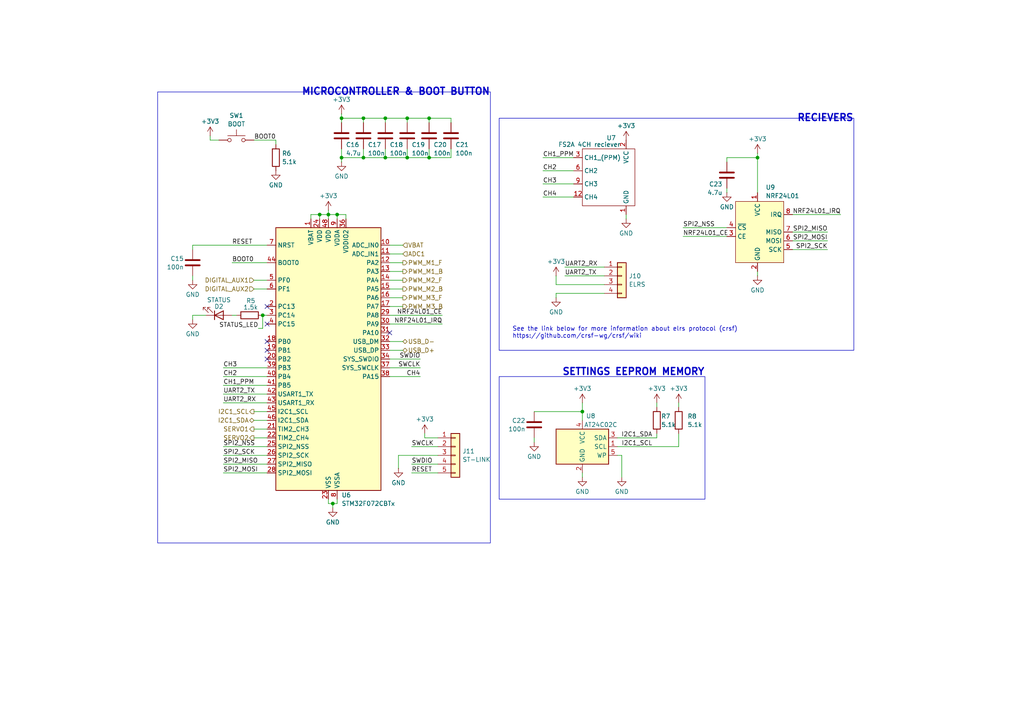
<source format=kicad_sch>
(kicad_sch
	(version 20250114)
	(generator "eeschema")
	(generator_version "9.0")
	(uuid "4c75e7a8-b9d3-4c1c-a39a-ccdca92506bc")
	(paper "A4")
	(title_block
		(title "Ant Robot control board")
		(date "2025-05-05")
		(rev "2.0")
		(company "Filippo Castellan")
	)
	(lib_symbols
		(symbol "Connector_Generic:Conn_01x04"
			(pin_names
				(offset 1.016)
				(hide yes)
			)
			(exclude_from_sim no)
			(in_bom yes)
			(on_board yes)
			(property "Reference" "J"
				(at 0 5.08 0)
				(effects
					(font
						(size 1.27 1.27)
					)
				)
			)
			(property "Value" "Conn_01x04"
				(at 0 -7.62 0)
				(effects
					(font
						(size 1.27 1.27)
					)
				)
			)
			(property "Footprint" ""
				(at 0 0 0)
				(effects
					(font
						(size 1.27 1.27)
					)
					(hide yes)
				)
			)
			(property "Datasheet" "~"
				(at 0 0 0)
				(effects
					(font
						(size 1.27 1.27)
					)
					(hide yes)
				)
			)
			(property "Description" "Generic connector, single row, 01x04, script generated (kicad-library-utils/schlib/autogen/connector/)"
				(at 0 0 0)
				(effects
					(font
						(size 1.27 1.27)
					)
					(hide yes)
				)
			)
			(property "ki_keywords" "connector"
				(at 0 0 0)
				(effects
					(font
						(size 1.27 1.27)
					)
					(hide yes)
				)
			)
			(property "ki_fp_filters" "Connector*:*_1x??_*"
				(at 0 0 0)
				(effects
					(font
						(size 1.27 1.27)
					)
					(hide yes)
				)
			)
			(symbol "Conn_01x04_1_1"
				(rectangle
					(start -1.27 3.81)
					(end 1.27 -6.35)
					(stroke
						(width 0.254)
						(type default)
					)
					(fill
						(type background)
					)
				)
				(rectangle
					(start -1.27 2.667)
					(end 0 2.413)
					(stroke
						(width 0.1524)
						(type default)
					)
					(fill
						(type none)
					)
				)
				(rectangle
					(start -1.27 0.127)
					(end 0 -0.127)
					(stroke
						(width 0.1524)
						(type default)
					)
					(fill
						(type none)
					)
				)
				(rectangle
					(start -1.27 -2.413)
					(end 0 -2.667)
					(stroke
						(width 0.1524)
						(type default)
					)
					(fill
						(type none)
					)
				)
				(rectangle
					(start -1.27 -4.953)
					(end 0 -5.207)
					(stroke
						(width 0.1524)
						(type default)
					)
					(fill
						(type none)
					)
				)
				(pin passive line
					(at -5.08 2.54 0)
					(length 3.81)
					(name "Pin_1"
						(effects
							(font
								(size 1.27 1.27)
							)
						)
					)
					(number "1"
						(effects
							(font
								(size 1.27 1.27)
							)
						)
					)
				)
				(pin passive line
					(at -5.08 0 0)
					(length 3.81)
					(name "Pin_2"
						(effects
							(font
								(size 1.27 1.27)
							)
						)
					)
					(number "2"
						(effects
							(font
								(size 1.27 1.27)
							)
						)
					)
				)
				(pin passive line
					(at -5.08 -2.54 0)
					(length 3.81)
					(name "Pin_3"
						(effects
							(font
								(size 1.27 1.27)
							)
						)
					)
					(number "3"
						(effects
							(font
								(size 1.27 1.27)
							)
						)
					)
				)
				(pin passive line
					(at -5.08 -5.08 0)
					(length 3.81)
					(name "Pin_4"
						(effects
							(font
								(size 1.27 1.27)
							)
						)
					)
					(number "4"
						(effects
							(font
								(size 1.27 1.27)
							)
						)
					)
				)
			)
			(embedded_fonts no)
		)
		(symbol "Connector_Generic:Conn_01x05"
			(pin_names
				(offset 1.016)
				(hide yes)
			)
			(exclude_from_sim no)
			(in_bom yes)
			(on_board yes)
			(property "Reference" "J"
				(at 0 7.62 0)
				(effects
					(font
						(size 1.27 1.27)
					)
				)
			)
			(property "Value" "Conn_01x05"
				(at 0 -7.62 0)
				(effects
					(font
						(size 1.27 1.27)
					)
				)
			)
			(property "Footprint" ""
				(at 0 0 0)
				(effects
					(font
						(size 1.27 1.27)
					)
					(hide yes)
				)
			)
			(property "Datasheet" "~"
				(at 0 0 0)
				(effects
					(font
						(size 1.27 1.27)
					)
					(hide yes)
				)
			)
			(property "Description" "Generic connector, single row, 01x05, script generated (kicad-library-utils/schlib/autogen/connector/)"
				(at 0 0 0)
				(effects
					(font
						(size 1.27 1.27)
					)
					(hide yes)
				)
			)
			(property "ki_keywords" "connector"
				(at 0 0 0)
				(effects
					(font
						(size 1.27 1.27)
					)
					(hide yes)
				)
			)
			(property "ki_fp_filters" "Connector*:*_1x??_*"
				(at 0 0 0)
				(effects
					(font
						(size 1.27 1.27)
					)
					(hide yes)
				)
			)
			(symbol "Conn_01x05_1_1"
				(rectangle
					(start -1.27 6.35)
					(end 1.27 -6.35)
					(stroke
						(width 0.254)
						(type default)
					)
					(fill
						(type background)
					)
				)
				(rectangle
					(start -1.27 5.207)
					(end 0 4.953)
					(stroke
						(width 0.1524)
						(type default)
					)
					(fill
						(type none)
					)
				)
				(rectangle
					(start -1.27 2.667)
					(end 0 2.413)
					(stroke
						(width 0.1524)
						(type default)
					)
					(fill
						(type none)
					)
				)
				(rectangle
					(start -1.27 0.127)
					(end 0 -0.127)
					(stroke
						(width 0.1524)
						(type default)
					)
					(fill
						(type none)
					)
				)
				(rectangle
					(start -1.27 -2.413)
					(end 0 -2.667)
					(stroke
						(width 0.1524)
						(type default)
					)
					(fill
						(type none)
					)
				)
				(rectangle
					(start -1.27 -4.953)
					(end 0 -5.207)
					(stroke
						(width 0.1524)
						(type default)
					)
					(fill
						(type none)
					)
				)
				(pin passive line
					(at -5.08 5.08 0)
					(length 3.81)
					(name "Pin_1"
						(effects
							(font
								(size 1.27 1.27)
							)
						)
					)
					(number "1"
						(effects
							(font
								(size 1.27 1.27)
							)
						)
					)
				)
				(pin passive line
					(at -5.08 2.54 0)
					(length 3.81)
					(name "Pin_2"
						(effects
							(font
								(size 1.27 1.27)
							)
						)
					)
					(number "2"
						(effects
							(font
								(size 1.27 1.27)
							)
						)
					)
				)
				(pin passive line
					(at -5.08 0 0)
					(length 3.81)
					(name "Pin_3"
						(effects
							(font
								(size 1.27 1.27)
							)
						)
					)
					(number "3"
						(effects
							(font
								(size 1.27 1.27)
							)
						)
					)
				)
				(pin passive line
					(at -5.08 -2.54 0)
					(length 3.81)
					(name "Pin_4"
						(effects
							(font
								(size 1.27 1.27)
							)
						)
					)
					(number "4"
						(effects
							(font
								(size 1.27 1.27)
							)
						)
					)
				)
				(pin passive line
					(at -5.08 -5.08 0)
					(length 3.81)
					(name "Pin_5"
						(effects
							(font
								(size 1.27 1.27)
							)
						)
					)
					(number "5"
						(effects
							(font
								(size 1.27 1.27)
							)
						)
					)
				)
			)
			(embedded_fonts no)
		)
		(symbol "Device:C"
			(pin_numbers
				(hide yes)
			)
			(pin_names
				(offset 0.254)
			)
			(exclude_from_sim no)
			(in_bom yes)
			(on_board yes)
			(property "Reference" "C"
				(at 0.635 2.54 0)
				(effects
					(font
						(size 1.27 1.27)
					)
					(justify left)
				)
			)
			(property "Value" "C"
				(at 0.635 -2.54 0)
				(effects
					(font
						(size 1.27 1.27)
					)
					(justify left)
				)
			)
			(property "Footprint" ""
				(at 0.9652 -3.81 0)
				(effects
					(font
						(size 1.27 1.27)
					)
					(hide yes)
				)
			)
			(property "Datasheet" "~"
				(at 0 0 0)
				(effects
					(font
						(size 1.27 1.27)
					)
					(hide yes)
				)
			)
			(property "Description" "Unpolarized capacitor"
				(at 0 0 0)
				(effects
					(font
						(size 1.27 1.27)
					)
					(hide yes)
				)
			)
			(property "ki_keywords" "cap capacitor"
				(at 0 0 0)
				(effects
					(font
						(size 1.27 1.27)
					)
					(hide yes)
				)
			)
			(property "ki_fp_filters" "C_*"
				(at 0 0 0)
				(effects
					(font
						(size 1.27 1.27)
					)
					(hide yes)
				)
			)
			(symbol "C_0_1"
				(polyline
					(pts
						(xy -2.032 0.762) (xy 2.032 0.762)
					)
					(stroke
						(width 0.508)
						(type default)
					)
					(fill
						(type none)
					)
				)
				(polyline
					(pts
						(xy -2.032 -0.762) (xy 2.032 -0.762)
					)
					(stroke
						(width 0.508)
						(type default)
					)
					(fill
						(type none)
					)
				)
			)
			(symbol "C_1_1"
				(pin passive line
					(at 0 3.81 270)
					(length 2.794)
					(name "~"
						(effects
							(font
								(size 1.27 1.27)
							)
						)
					)
					(number "1"
						(effects
							(font
								(size 1.27 1.27)
							)
						)
					)
				)
				(pin passive line
					(at 0 -3.81 90)
					(length 2.794)
					(name "~"
						(effects
							(font
								(size 1.27 1.27)
							)
						)
					)
					(number "2"
						(effects
							(font
								(size 1.27 1.27)
							)
						)
					)
				)
			)
			(embedded_fonts no)
		)
		(symbol "Device:LED"
			(pin_numbers
				(hide yes)
			)
			(pin_names
				(offset 1.016)
				(hide yes)
			)
			(exclude_from_sim no)
			(in_bom yes)
			(on_board yes)
			(property "Reference" "D"
				(at 0 2.54 0)
				(effects
					(font
						(size 1.27 1.27)
					)
				)
			)
			(property "Value" "LED"
				(at 0 -2.54 0)
				(effects
					(font
						(size 1.27 1.27)
					)
				)
			)
			(property "Footprint" ""
				(at 0 0 0)
				(effects
					(font
						(size 1.27 1.27)
					)
					(hide yes)
				)
			)
			(property "Datasheet" "~"
				(at 0 0 0)
				(effects
					(font
						(size 1.27 1.27)
					)
					(hide yes)
				)
			)
			(property "Description" "Light emitting diode"
				(at 0 0 0)
				(effects
					(font
						(size 1.27 1.27)
					)
					(hide yes)
				)
			)
			(property "Sim.Pins" "1=K 2=A"
				(at 0 0 0)
				(effects
					(font
						(size 1.27 1.27)
					)
					(hide yes)
				)
			)
			(property "ki_keywords" "LED diode"
				(at 0 0 0)
				(effects
					(font
						(size 1.27 1.27)
					)
					(hide yes)
				)
			)
			(property "ki_fp_filters" "LED* LED_SMD:* LED_THT:*"
				(at 0 0 0)
				(effects
					(font
						(size 1.27 1.27)
					)
					(hide yes)
				)
			)
			(symbol "LED_0_1"
				(polyline
					(pts
						(xy -3.048 -0.762) (xy -4.572 -2.286) (xy -3.81 -2.286) (xy -4.572 -2.286) (xy -4.572 -1.524)
					)
					(stroke
						(width 0)
						(type default)
					)
					(fill
						(type none)
					)
				)
				(polyline
					(pts
						(xy -1.778 -0.762) (xy -3.302 -2.286) (xy -2.54 -2.286) (xy -3.302 -2.286) (xy -3.302 -1.524)
					)
					(stroke
						(width 0)
						(type default)
					)
					(fill
						(type none)
					)
				)
				(polyline
					(pts
						(xy -1.27 0) (xy 1.27 0)
					)
					(stroke
						(width 0)
						(type default)
					)
					(fill
						(type none)
					)
				)
				(polyline
					(pts
						(xy -1.27 -1.27) (xy -1.27 1.27)
					)
					(stroke
						(width 0.254)
						(type default)
					)
					(fill
						(type none)
					)
				)
				(polyline
					(pts
						(xy 1.27 -1.27) (xy 1.27 1.27) (xy -1.27 0) (xy 1.27 -1.27)
					)
					(stroke
						(width 0.254)
						(type default)
					)
					(fill
						(type none)
					)
				)
			)
			(symbol "LED_1_1"
				(pin passive line
					(at -3.81 0 0)
					(length 2.54)
					(name "K"
						(effects
							(font
								(size 1.27 1.27)
							)
						)
					)
					(number "1"
						(effects
							(font
								(size 1.27 1.27)
							)
						)
					)
				)
				(pin passive line
					(at 3.81 0 180)
					(length 2.54)
					(name "A"
						(effects
							(font
								(size 1.27 1.27)
							)
						)
					)
					(number "2"
						(effects
							(font
								(size 1.27 1.27)
							)
						)
					)
				)
			)
			(embedded_fonts no)
		)
		(symbol "Device:R"
			(pin_numbers
				(hide yes)
			)
			(pin_names
				(offset 0)
			)
			(exclude_from_sim no)
			(in_bom yes)
			(on_board yes)
			(property "Reference" "R"
				(at 2.032 0 90)
				(effects
					(font
						(size 1.27 1.27)
					)
				)
			)
			(property "Value" "R"
				(at 0 0 90)
				(effects
					(font
						(size 1.27 1.27)
					)
				)
			)
			(property "Footprint" ""
				(at -1.778 0 90)
				(effects
					(font
						(size 1.27 1.27)
					)
					(hide yes)
				)
			)
			(property "Datasheet" "~"
				(at 0 0 0)
				(effects
					(font
						(size 1.27 1.27)
					)
					(hide yes)
				)
			)
			(property "Description" "Resistor"
				(at 0 0 0)
				(effects
					(font
						(size 1.27 1.27)
					)
					(hide yes)
				)
			)
			(property "ki_keywords" "R res resistor"
				(at 0 0 0)
				(effects
					(font
						(size 1.27 1.27)
					)
					(hide yes)
				)
			)
			(property "ki_fp_filters" "R_*"
				(at 0 0 0)
				(effects
					(font
						(size 1.27 1.27)
					)
					(hide yes)
				)
			)
			(symbol "R_0_1"
				(rectangle
					(start -1.016 -2.54)
					(end 1.016 2.54)
					(stroke
						(width 0.254)
						(type default)
					)
					(fill
						(type none)
					)
				)
			)
			(symbol "R_1_1"
				(pin passive line
					(at 0 3.81 270)
					(length 1.27)
					(name "~"
						(effects
							(font
								(size 1.27 1.27)
							)
						)
					)
					(number "1"
						(effects
							(font
								(size 1.27 1.27)
							)
						)
					)
				)
				(pin passive line
					(at 0 -3.81 90)
					(length 1.27)
					(name "~"
						(effects
							(font
								(size 1.27 1.27)
							)
						)
					)
					(number "2"
						(effects
							(font
								(size 1.27 1.27)
							)
						)
					)
				)
			)
			(embedded_fonts no)
		)
		(symbol "Memory_EEPROM:AT24CS02-STUM"
			(exclude_from_sim no)
			(in_bom yes)
			(on_board yes)
			(property "Reference" "U"
				(at -7.62 6.35 0)
				(effects
					(font
						(size 1.27 1.27)
					)
				)
			)
			(property "Value" "AT24CS02-STUM"
				(at 2.54 -6.35 0)
				(effects
					(font
						(size 1.27 1.27)
					)
					(justify left)
				)
			)
			(property "Footprint" "Package_TO_SOT_SMD:SOT-23-5"
				(at 0 0 0)
				(effects
					(font
						(size 1.27 1.27)
					)
					(hide yes)
				)
			)
			(property "Datasheet" "http://ww1.microchip.com/downloads/en/DeviceDoc/Atmel-8815-SEEPROM-AT24CS01-02-Datasheet.pdf"
				(at 0 0 0)
				(effects
					(font
						(size 1.27 1.27)
					)
					(hide yes)
				)
			)
			(property "Description" "I2C Serial EEPROM, 2Kb (256x8) with Unique Serial Number, SOT-23-5"
				(at 0 0 0)
				(effects
					(font
						(size 1.27 1.27)
					)
					(hide yes)
				)
			)
			(property "ki_keywords" "I2C Serial EEPROM Nonvolatile Memory"
				(at 0 0 0)
				(effects
					(font
						(size 1.27 1.27)
					)
					(hide yes)
				)
			)
			(property "ki_fp_filters" "SOT?23*"
				(at 0 0 0)
				(effects
					(font
						(size 1.27 1.27)
					)
					(hide yes)
				)
			)
			(symbol "AT24CS02-STUM_1_1"
				(rectangle
					(start -7.62 5.08)
					(end 7.62 -5.08)
					(stroke
						(width 0.254)
						(type default)
					)
					(fill
						(type background)
					)
				)
				(pin power_in line
					(at 0 7.62 270)
					(length 2.54)
					(name "VCC"
						(effects
							(font
								(size 1.27 1.27)
							)
						)
					)
					(number "4"
						(effects
							(font
								(size 1.27 1.27)
							)
						)
					)
				)
				(pin power_in line
					(at 0 -7.62 90)
					(length 2.54)
					(name "GND"
						(effects
							(font
								(size 1.27 1.27)
							)
						)
					)
					(number "2"
						(effects
							(font
								(size 1.27 1.27)
							)
						)
					)
				)
				(pin bidirectional line
					(at 10.16 2.54 180)
					(length 2.54)
					(name "SDA"
						(effects
							(font
								(size 1.27 1.27)
							)
						)
					)
					(number "3"
						(effects
							(font
								(size 1.27 1.27)
							)
						)
					)
				)
				(pin input line
					(at 10.16 0 180)
					(length 2.54)
					(name "SCL"
						(effects
							(font
								(size 1.27 1.27)
							)
						)
					)
					(number "1"
						(effects
							(font
								(size 1.27 1.27)
							)
						)
					)
				)
				(pin input line
					(at 10.16 -2.54 180)
					(length 2.54)
					(name "WP"
						(effects
							(font
								(size 1.27 1.27)
							)
						)
					)
					(number "5"
						(effects
							(font
								(size 1.27 1.27)
							)
						)
					)
				)
			)
			(embedded_fonts no)
		)
		(symbol "STM32F072CBTx_1"
			(exclude_from_sim no)
			(in_bom yes)
			(on_board yes)
			(property "Reference" "U"
				(at -15.24 39.37 0)
				(effects
					(font
						(size 1.27 1.27)
					)
					(justify left)
				)
			)
			(property "Value" "STM32F072CBTx"
				(at 7.62 39.37 0)
				(effects
					(font
						(size 1.27 1.27)
					)
					(justify left)
				)
			)
			(property "Footprint" "Package_QFP:LQFP-48_7x7mm_P0.5mm"
				(at -15.24 -38.1 0)
				(effects
					(font
						(size 1.27 1.27)
					)
					(justify right)
					(hide yes)
				)
			)
			(property "Datasheet" "https://www.st.com/resource/en/datasheet/stm32f072cb.pdf"
				(at 0 0 0)
				(effects
					(font
						(size 1.27 1.27)
					)
					(hide yes)
				)
			)
			(property "Description" "STMicroelectronics Arm Cortex-M0 MCU, 128KB flash, 16KB RAM, 48 MHz, 2.0-3.6V, 37 GPIO, LQFP48"
				(at 0 0 0)
				(effects
					(font
						(size 1.27 1.27)
					)
					(hide yes)
				)
			)
			(property "ki_keywords" "Arm Cortex-M0 STM32F0 STM32F0x2"
				(at 0 0 0)
				(effects
					(font
						(size 1.27 1.27)
					)
					(hide yes)
				)
			)
			(property "ki_fp_filters" "LQFP*7x7mm*P0.5mm*"
				(at 0 0 0)
				(effects
					(font
						(size 1.27 1.27)
					)
					(hide yes)
				)
			)
			(symbol "STM32F072CBTx_1_0_1"
				(rectangle
					(start -15.24 -38.1)
					(end 15.24 38.1)
					(stroke
						(width 0.254)
						(type default)
					)
					(fill
						(type background)
					)
				)
			)
			(symbol "STM32F072CBTx_1_1_1"
				(pin input line
					(at -17.78 33.02 0)
					(length 2.54)
					(name "NRST"
						(effects
							(font
								(size 1.27 1.27)
							)
						)
					)
					(number "7"
						(effects
							(font
								(size 1.27 1.27)
							)
						)
					)
				)
				(pin input line
					(at -17.78 27.94 0)
					(length 2.54)
					(name "BOOT0"
						(effects
							(font
								(size 1.27 1.27)
							)
						)
					)
					(number "44"
						(effects
							(font
								(size 1.27 1.27)
							)
						)
					)
				)
				(pin bidirectional line
					(at -17.78 22.86 0)
					(length 2.54)
					(name "PF0"
						(effects
							(font
								(size 1.27 1.27)
							)
						)
					)
					(number "5"
						(effects
							(font
								(size 1.27 1.27)
							)
						)
					)
					(alternate "CRS_SYNC" bidirectional line)
					(alternate "RCC_OSC_IN" bidirectional line)
				)
				(pin bidirectional line
					(at -17.78 20.32 0)
					(length 2.54)
					(name "PF1"
						(effects
							(font
								(size 1.27 1.27)
							)
						)
					)
					(number "6"
						(effects
							(font
								(size 1.27 1.27)
							)
						)
					)
					(alternate "RCC_OSC_OUT" bidirectional line)
				)
				(pin bidirectional line
					(at -17.78 15.24 0)
					(length 2.54)
					(name "PC13"
						(effects
							(font
								(size 1.27 1.27)
							)
						)
					)
					(number "2"
						(effects
							(font
								(size 1.27 1.27)
							)
						)
					)
					(alternate "RTC_OUT_ALARM" bidirectional line)
					(alternate "RTC_OUT_CALIB" bidirectional line)
					(alternate "RTC_TAMP1" bidirectional line)
					(alternate "RTC_TS" bidirectional line)
					(alternate "SYS_WKUP2" bidirectional line)
				)
				(pin bidirectional line
					(at -17.78 12.7 0)
					(length 2.54)
					(name "PC14"
						(effects
							(font
								(size 1.27 1.27)
							)
						)
					)
					(number "3"
						(effects
							(font
								(size 1.27 1.27)
							)
						)
					)
					(alternate "RCC_OSC32_IN" bidirectional line)
				)
				(pin bidirectional line
					(at -17.78 10.16 0)
					(length 2.54)
					(name "PC15"
						(effects
							(font
								(size 1.27 1.27)
							)
						)
					)
					(number "4"
						(effects
							(font
								(size 1.27 1.27)
							)
						)
					)
					(alternate "RCC_OSC32_OUT" bidirectional line)
				)
				(pin bidirectional line
					(at -17.78 5.08 0)
					(length 2.54)
					(name "PB0"
						(effects
							(font
								(size 1.27 1.27)
							)
						)
					)
					(number "18"
						(effects
							(font
								(size 1.27 1.27)
							)
						)
					)
					(alternate "ADC_IN8" bidirectional line)
					(alternate "TIM1_CH2N" bidirectional line)
					(alternate "TIM3_CH3" bidirectional line)
					(alternate "TSC_G3_IO2" bidirectional line)
					(alternate "USART3_CK" bidirectional line)
				)
				(pin bidirectional line
					(at -17.78 2.54 0)
					(length 2.54)
					(name "PB1"
						(effects
							(font
								(size 1.27 1.27)
							)
						)
					)
					(number "19"
						(effects
							(font
								(size 1.27 1.27)
							)
						)
					)
					(alternate "ADC_IN9" bidirectional line)
					(alternate "TIM14_CH1" bidirectional line)
					(alternate "TIM1_CH3N" bidirectional line)
					(alternate "TIM3_CH4" bidirectional line)
					(alternate "TSC_G3_IO3" bidirectional line)
					(alternate "USART3_DE" bidirectional line)
					(alternate "USART3_RTS" bidirectional line)
				)
				(pin bidirectional line
					(at -17.78 0 0)
					(length 2.54)
					(name "PB2"
						(effects
							(font
								(size 1.27 1.27)
							)
						)
					)
					(number "20"
						(effects
							(font
								(size 1.27 1.27)
							)
						)
					)
					(alternate "TSC_G3_IO4" bidirectional line)
				)
				(pin bidirectional line
					(at -17.78 -2.54 0)
					(length 2.54)
					(name "PB3"
						(effects
							(font
								(size 1.27 1.27)
							)
						)
					)
					(number "39"
						(effects
							(font
								(size 1.27 1.27)
							)
						)
					)
					(alternate "I2S1_CK" bidirectional line)
					(alternate "SPI1_SCK" bidirectional line)
					(alternate "TIM2_CH2" bidirectional line)
					(alternate "TSC_G5_IO1" bidirectional line)
				)
				(pin bidirectional line
					(at -17.78 -5.08 0)
					(length 2.54)
					(name "PB4"
						(effects
							(font
								(size 1.27 1.27)
							)
						)
					)
					(number "40"
						(effects
							(font
								(size 1.27 1.27)
							)
						)
					)
					(alternate "I2S1_MCK" bidirectional line)
					(alternate "SPI1_MISO" bidirectional line)
					(alternate "TIM17_BKIN" bidirectional line)
					(alternate "TIM3_CH1" bidirectional line)
					(alternate "TSC_G5_IO2" bidirectional line)
				)
				(pin bidirectional line
					(at -17.78 -7.62 0)
					(length 2.54)
					(name "PB5"
						(effects
							(font
								(size 1.27 1.27)
							)
						)
					)
					(number "41"
						(effects
							(font
								(size 1.27 1.27)
							)
						)
					)
					(alternate "I2C1_SMBA" bidirectional line)
					(alternate "I2S1_SD" bidirectional line)
					(alternate "SPI1_MOSI" bidirectional line)
					(alternate "SYS_WKUP6" bidirectional line)
					(alternate "TIM16_BKIN" bidirectional line)
					(alternate "TIM3_CH2" bidirectional line)
				)
				(pin bidirectional line
					(at -17.78 -10.16 0)
					(length 2.54)
					(name "PB6"
						(effects
							(font
								(size 1.27 1.27)
							)
						)
					)
					(number "42"
						(effects
							(font
								(size 1.27 1.27)
							)
						)
					)
					(alternate "I2C1_SCL" bidirectional line)
					(alternate "TIM16_CH1N" bidirectional line)
					(alternate "TSC_G5_IO3" bidirectional line)
					(alternate "USART1_TX" bidirectional line)
				)
				(pin bidirectional line
					(at -17.78 -12.7 0)
					(length 2.54)
					(name "PB7"
						(effects
							(font
								(size 1.27 1.27)
							)
						)
					)
					(number "43"
						(effects
							(font
								(size 1.27 1.27)
							)
						)
					)
					(alternate "I2C1_SDA" bidirectional line)
					(alternate "TIM17_CH1N" bidirectional line)
					(alternate "TSC_G5_IO4" bidirectional line)
					(alternate "USART1_RX" bidirectional line)
					(alternate "USART4_CTS" bidirectional line)
				)
				(pin bidirectional line
					(at -17.78 -15.24 0)
					(length 2.54)
					(name "PB8"
						(effects
							(font
								(size 1.27 1.27)
							)
						)
					)
					(number "45"
						(effects
							(font
								(size 1.27 1.27)
							)
						)
					)
					(alternate "CAN_RX" bidirectional line)
					(alternate "CEC" bidirectional line)
					(alternate "I2C1_SCL" bidirectional line)
					(alternate "TIM16_CH1" bidirectional line)
					(alternate "TSC_SYNC" bidirectional line)
				)
				(pin bidirectional line
					(at -17.78 -17.78 0)
					(length 2.54)
					(name "PB9"
						(effects
							(font
								(size 1.27 1.27)
							)
						)
					)
					(number "46"
						(effects
							(font
								(size 1.27 1.27)
							)
						)
					)
					(alternate "CAN_TX" bidirectional line)
					(alternate "DAC_EXTI9" bidirectional line)
					(alternate "I2C1_SDA" bidirectional line)
					(alternate "I2S2_WS" bidirectional line)
					(alternate "IR_OUT" bidirectional line)
					(alternate "SPI2_NSS" bidirectional line)
					(alternate "TIM17_CH1" bidirectional line)
				)
				(pin bidirectional line
					(at -17.78 -20.32 0)
					(length 2.54)
					(name "PB10"
						(effects
							(font
								(size 1.27 1.27)
							)
						)
					)
					(number "21"
						(effects
							(font
								(size 1.27 1.27)
							)
						)
					)
					(alternate "CEC" bidirectional line)
					(alternate "I2C2_SCL" bidirectional line)
					(alternate "I2S2_CK" bidirectional line)
					(alternate "SPI2_SCK" bidirectional line)
					(alternate "TIM2_CH3" bidirectional line)
					(alternate "TSC_SYNC" bidirectional line)
					(alternate "USART3_TX" bidirectional line)
				)
				(pin bidirectional line
					(at -17.78 -22.86 0)
					(length 2.54)
					(name "PB11"
						(effects
							(font
								(size 1.27 1.27)
							)
						)
					)
					(number "22"
						(effects
							(font
								(size 1.27 1.27)
							)
						)
					)
					(alternate "I2C2_SDA" bidirectional line)
					(alternate "TIM2_CH4" bidirectional line)
					(alternate "TSC_G6_IO1" bidirectional line)
					(alternate "USART3_RX" bidirectional line)
				)
				(pin bidirectional line
					(at -17.78 -25.4 0)
					(length 2.54)
					(name "PB12"
						(effects
							(font
								(size 1.27 1.27)
							)
						)
					)
					(number "25"
						(effects
							(font
								(size 1.27 1.27)
							)
						)
					)
					(alternate "I2S2_WS" bidirectional line)
					(alternate "SPI2_NSS" bidirectional line)
					(alternate "TIM15_BKIN" bidirectional line)
					(alternate "TIM1_BKIN" bidirectional line)
					(alternate "TSC_G6_IO2" bidirectional line)
					(alternate "USART3_CK" bidirectional line)
				)
				(pin bidirectional line
					(at -17.78 -27.94 0)
					(length 2.54)
					(name "PB13"
						(effects
							(font
								(size 1.27 1.27)
							)
						)
					)
					(number "26"
						(effects
							(font
								(size 1.27 1.27)
							)
						)
					)
					(alternate "I2C2_SCL" bidirectional line)
					(alternate "I2S2_CK" bidirectional line)
					(alternate "SPI2_SCK" bidirectional line)
					(alternate "TIM1_CH1N" bidirectional line)
					(alternate "TSC_G6_IO3" bidirectional line)
					(alternate "USART3_CTS" bidirectional line)
				)
				(pin bidirectional line
					(at -17.78 -30.48 0)
					(length 2.54)
					(name "PB14"
						(effects
							(font
								(size 1.27 1.27)
							)
						)
					)
					(number "27"
						(effects
							(font
								(size 1.27 1.27)
							)
						)
					)
					(alternate "I2C2_SDA" bidirectional line)
					(alternate "I2S2_MCK" bidirectional line)
					(alternate "SPI2_MISO" bidirectional line)
					(alternate "TIM15_CH1" bidirectional line)
					(alternate "TIM1_CH2N" bidirectional line)
					(alternate "TSC_G6_IO4" bidirectional line)
					(alternate "USART3_DE" bidirectional line)
					(alternate "USART3_RTS" bidirectional line)
				)
				(pin bidirectional line
					(at -17.78 -33.02 0)
					(length 2.54)
					(name "PB15"
						(effects
							(font
								(size 1.27 1.27)
							)
						)
					)
					(number "28"
						(effects
							(font
								(size 1.27 1.27)
							)
						)
					)
					(alternate "I2S2_SD" bidirectional line)
					(alternate "RTC_REFIN" bidirectional line)
					(alternate "SPI2_MOSI" bidirectional line)
					(alternate "SYS_WKUP7" bidirectional line)
					(alternate "TIM15_CH1N" bidirectional line)
					(alternate "TIM15_CH2" bidirectional line)
					(alternate "TIM1_CH3N" bidirectional line)
				)
				(pin power_in line
					(at -5.08 40.64 270)
					(length 2.54)
					(name "VBAT"
						(effects
							(font
								(size 1.27 1.27)
							)
						)
					)
					(number "1"
						(effects
							(font
								(size 1.27 1.27)
							)
						)
					)
				)
				(pin power_in line
					(at -2.54 40.64 270)
					(length 2.54)
					(name "VDD"
						(effects
							(font
								(size 1.27 1.27)
							)
						)
					)
					(number "24"
						(effects
							(font
								(size 1.27 1.27)
							)
						)
					)
				)
				(pin power_in line
					(at 0 40.64 270)
					(length 2.54)
					(name "VDD"
						(effects
							(font
								(size 1.27 1.27)
							)
						)
					)
					(number "48"
						(effects
							(font
								(size 1.27 1.27)
							)
						)
					)
				)
				(pin power_in line
					(at 0 -40.64 90)
					(length 2.54)
					(name "VSS"
						(effects
							(font
								(size 1.27 1.27)
							)
						)
					)
					(number "23"
						(effects
							(font
								(size 1.27 1.27)
							)
						)
					)
				)
				(pin passive line
					(at 0 -40.64 90)
					(length 2.54)
					(hide yes)
					(name "VSS"
						(effects
							(font
								(size 1.27 1.27)
							)
						)
					)
					(number "35"
						(effects
							(font
								(size 1.27 1.27)
							)
						)
					)
				)
				(pin passive line
					(at 0 -40.64 90)
					(length 2.54)
					(hide yes)
					(name "VSS"
						(effects
							(font
								(size 1.27 1.27)
							)
						)
					)
					(number "47"
						(effects
							(font
								(size 1.27 1.27)
							)
						)
					)
				)
				(pin power_in line
					(at 2.54 40.64 270)
					(length 2.54)
					(name "VDDA"
						(effects
							(font
								(size 1.27 1.27)
							)
						)
					)
					(number "9"
						(effects
							(font
								(size 1.27 1.27)
							)
						)
					)
				)
				(pin power_in line
					(at 2.54 -40.64 90)
					(length 2.54)
					(name "VSSA"
						(effects
							(font
								(size 1.27 1.27)
							)
						)
					)
					(number "8"
						(effects
							(font
								(size 1.27 1.27)
							)
						)
					)
				)
				(pin power_in line
					(at 5.08 40.64 270)
					(length 2.54)
					(name "VDDIO2"
						(effects
							(font
								(size 1.27 1.27)
							)
						)
					)
					(number "36"
						(effects
							(font
								(size 1.27 1.27)
							)
						)
					)
				)
				(pin bidirectional line
					(at 17.78 33.02 180)
					(length 2.54)
					(name "PA0"
						(effects
							(font
								(size 1.27 1.27)
							)
						)
					)
					(number "10"
						(effects
							(font
								(size 1.27 1.27)
							)
						)
					)
					(alternate "ADC_IN0" bidirectional line)
					(alternate "COMP1_INM" bidirectional line)
					(alternate "COMP1_OUT" bidirectional line)
					(alternate "RTC_TAMP2" bidirectional line)
					(alternate "SYS_WKUP1" bidirectional line)
					(alternate "TIM2_CH1" bidirectional line)
					(alternate "TIM2_ETR" bidirectional line)
					(alternate "TSC_G1_IO1" bidirectional line)
					(alternate "USART2_CTS" bidirectional line)
					(alternate "USART4_TX" bidirectional line)
				)
				(pin bidirectional line
					(at 17.78 30.48 180)
					(length 2.54)
					(name "PA1"
						(effects
							(font
								(size 1.27 1.27)
							)
						)
					)
					(number "11"
						(effects
							(font
								(size 1.27 1.27)
							)
						)
					)
					(alternate "ADC_IN1" bidirectional line)
					(alternate "COMP1_INP" bidirectional line)
					(alternate "TIM15_CH1N" bidirectional line)
					(alternate "TIM2_CH2" bidirectional line)
					(alternate "TSC_G1_IO2" bidirectional line)
					(alternate "USART2_DE" bidirectional line)
					(alternate "USART2_RTS" bidirectional line)
					(alternate "USART4_RX" bidirectional line)
				)
				(pin bidirectional line
					(at 17.78 27.94 180)
					(length 2.54)
					(name "PA2"
						(effects
							(font
								(size 1.27 1.27)
							)
						)
					)
					(number "12"
						(effects
							(font
								(size 1.27 1.27)
							)
						)
					)
					(alternate "ADC_IN2" bidirectional line)
					(alternate "COMP2_INM" bidirectional line)
					(alternate "COMP2_OUT" bidirectional line)
					(alternate "SYS_WKUP4" bidirectional line)
					(alternate "TIM15_CH1" bidirectional line)
					(alternate "TIM2_CH3" bidirectional line)
					(alternate "TSC_G1_IO3" bidirectional line)
					(alternate "USART2_TX" bidirectional line)
				)
				(pin bidirectional line
					(at 17.78 25.4 180)
					(length 2.54)
					(name "PA3"
						(effects
							(font
								(size 1.27 1.27)
							)
						)
					)
					(number "13"
						(effects
							(font
								(size 1.27 1.27)
							)
						)
					)
					(alternate "ADC_IN3" bidirectional line)
					(alternate "COMP2_INP" bidirectional line)
					(alternate "TIM15_CH2" bidirectional line)
					(alternate "TIM2_CH4" bidirectional line)
					(alternate "TSC_G1_IO4" bidirectional line)
					(alternate "USART2_RX" bidirectional line)
				)
				(pin bidirectional line
					(at 17.78 22.86 180)
					(length 2.54)
					(name "PA4"
						(effects
							(font
								(size 1.27 1.27)
							)
						)
					)
					(number "14"
						(effects
							(font
								(size 1.27 1.27)
							)
						)
					)
					(alternate "ADC_IN4" bidirectional line)
					(alternate "COMP1_INM" bidirectional line)
					(alternate "COMP2_INM" bidirectional line)
					(alternate "DAC_OUT1" bidirectional line)
					(alternate "I2S1_WS" bidirectional line)
					(alternate "SPI1_NSS" bidirectional line)
					(alternate "TIM14_CH1" bidirectional line)
					(alternate "TSC_G2_IO1" bidirectional line)
					(alternate "USART2_CK" bidirectional line)
				)
				(pin bidirectional line
					(at 17.78 20.32 180)
					(length 2.54)
					(name "PA5"
						(effects
							(font
								(size 1.27 1.27)
							)
						)
					)
					(number "15"
						(effects
							(font
								(size 1.27 1.27)
							)
						)
					)
					(alternate "ADC_IN5" bidirectional line)
					(alternate "CEC" bidirectional line)
					(alternate "COMP1_INM" bidirectional line)
					(alternate "COMP2_INM" bidirectional line)
					(alternate "DAC_OUT2" bidirectional line)
					(alternate "I2S1_CK" bidirectional line)
					(alternate "SPI1_SCK" bidirectional line)
					(alternate "TIM2_CH1" bidirectional line)
					(alternate "TIM2_ETR" bidirectional line)
					(alternate "TSC_G2_IO2" bidirectional line)
				)
				(pin bidirectional line
					(at 17.78 17.78 180)
					(length 2.54)
					(name "PA6"
						(effects
							(font
								(size 1.27 1.27)
							)
						)
					)
					(number "16"
						(effects
							(font
								(size 1.27 1.27)
							)
						)
					)
					(alternate "ADC_IN6" bidirectional line)
					(alternate "COMP1_OUT" bidirectional line)
					(alternate "I2S1_MCK" bidirectional line)
					(alternate "SPI1_MISO" bidirectional line)
					(alternate "TIM16_CH1" bidirectional line)
					(alternate "TIM1_BKIN" bidirectional line)
					(alternate "TIM3_CH1" bidirectional line)
					(alternate "TSC_G2_IO3" bidirectional line)
					(alternate "USART3_CTS" bidirectional line)
				)
				(pin bidirectional line
					(at 17.78 15.24 180)
					(length 2.54)
					(name "PA7"
						(effects
							(font
								(size 1.27 1.27)
							)
						)
					)
					(number "17"
						(effects
							(font
								(size 1.27 1.27)
							)
						)
					)
					(alternate "ADC_IN7" bidirectional line)
					(alternate "COMP2_OUT" bidirectional line)
					(alternate "I2S1_SD" bidirectional line)
					(alternate "SPI1_MOSI" bidirectional line)
					(alternate "TIM14_CH1" bidirectional line)
					(alternate "TIM17_CH1" bidirectional line)
					(alternate "TIM1_CH1N" bidirectional line)
					(alternate "TIM3_CH2" bidirectional line)
					(alternate "TSC_G2_IO4" bidirectional line)
				)
				(pin bidirectional line
					(at 17.78 12.7 180)
					(length 2.54)
					(name "PA8"
						(effects
							(font
								(size 1.27 1.27)
							)
						)
					)
					(number "29"
						(effects
							(font
								(size 1.27 1.27)
							)
						)
					)
					(alternate "CRS_SYNC" bidirectional line)
					(alternate "RCC_MCO" bidirectional line)
					(alternate "TIM1_CH1" bidirectional line)
					(alternate "USART1_CK" bidirectional line)
				)
				(pin bidirectional line
					(at 17.78 10.16 180)
					(length 2.54)
					(name "PA9"
						(effects
							(font
								(size 1.27 1.27)
							)
						)
					)
					(number "30"
						(effects
							(font
								(size 1.27 1.27)
							)
						)
					)
					(alternate "DAC_EXTI9" bidirectional line)
					(alternate "TIM15_BKIN" bidirectional line)
					(alternate "TIM1_CH2" bidirectional line)
					(alternate "TSC_G4_IO1" bidirectional line)
					(alternate "USART1_TX" bidirectional line)
				)
				(pin bidirectional line
					(at 17.78 7.62 180)
					(length 2.54)
					(name "PA10"
						(effects
							(font
								(size 1.27 1.27)
							)
						)
					)
					(number "31"
						(effects
							(font
								(size 1.27 1.27)
							)
						)
					)
					(alternate "TIM17_BKIN" bidirectional line)
					(alternate "TIM1_CH3" bidirectional line)
					(alternate "TSC_G4_IO2" bidirectional line)
					(alternate "USART1_RX" bidirectional line)
				)
				(pin bidirectional line
					(at 17.78 5.08 180)
					(length 2.54)
					(name "PA11"
						(effects
							(font
								(size 1.27 1.27)
							)
						)
					)
					(number "32"
						(effects
							(font
								(size 1.27 1.27)
							)
						)
					)
					(alternate "CAN_RX" bidirectional line)
					(alternate "COMP1_OUT" bidirectional line)
					(alternate "TIM1_CH4" bidirectional line)
					(alternate "TSC_G4_IO3" bidirectional line)
					(alternate "USART1_CTS" bidirectional line)
					(alternate "USB_DM" bidirectional line)
				)
				(pin bidirectional line
					(at 17.78 2.54 180)
					(length 2.54)
					(name "PA12"
						(effects
							(font
								(size 1.27 1.27)
							)
						)
					)
					(number "33"
						(effects
							(font
								(size 1.27 1.27)
							)
						)
					)
					(alternate "CAN_TX" bidirectional line)
					(alternate "COMP2_OUT" bidirectional line)
					(alternate "TIM1_ETR" bidirectional line)
					(alternate "TSC_G4_IO4" bidirectional line)
					(alternate "USART1_DE" bidirectional line)
					(alternate "USART1_RTS" bidirectional line)
					(alternate "USB_DP" bidirectional line)
				)
				(pin bidirectional line
					(at 17.78 0 180)
					(length 2.54)
					(name "PA13"
						(effects
							(font
								(size 1.27 1.27)
							)
						)
					)
					(number "34"
						(effects
							(font
								(size 1.27 1.27)
							)
						)
					)
					(alternate "IR_OUT" bidirectional line)
					(alternate "SYS_SWDIO" bidirectional line)
					(alternate "USB_NOE" bidirectional line)
				)
				(pin bidirectional line
					(at 17.78 -2.54 180)
					(length 2.54)
					(name "PA14"
						(effects
							(font
								(size 1.27 1.27)
							)
						)
					)
					(number "37"
						(effects
							(font
								(size 1.27 1.27)
							)
						)
					)
					(alternate "SYS_SWCLK" bidirectional line)
					(alternate "USART2_TX" bidirectional line)
				)
				(pin bidirectional line
					(at 17.78 -5.08 180)
					(length 2.54)
					(name "PA15"
						(effects
							(font
								(size 1.27 1.27)
							)
						)
					)
					(number "38"
						(effects
							(font
								(size 1.27 1.27)
							)
						)
					)
					(alternate "I2S1_WS" bidirectional line)
					(alternate "SPI1_NSS" bidirectional line)
					(alternate "TIM2_CH1" bidirectional line)
					(alternate "TIM2_ETR" bidirectional line)
					(alternate "USART2_RX" bidirectional line)
					(alternate "USART4_DE" bidirectional line)
					(alternate "USART4_RTS" bidirectional line)
				)
			)
			(embedded_fonts no)
		)
		(symbol "Switch:SW_Push"
			(pin_numbers
				(hide yes)
			)
			(pin_names
				(offset 1.016)
				(hide yes)
			)
			(exclude_from_sim no)
			(in_bom yes)
			(on_board yes)
			(property "Reference" "SW"
				(at 1.27 2.54 0)
				(effects
					(font
						(size 1.27 1.27)
					)
					(justify left)
				)
			)
			(property "Value" "SW_Push"
				(at 0 -1.524 0)
				(effects
					(font
						(size 1.27 1.27)
					)
				)
			)
			(property "Footprint" ""
				(at 0 5.08 0)
				(effects
					(font
						(size 1.27 1.27)
					)
					(hide yes)
				)
			)
			(property "Datasheet" "~"
				(at 0 5.08 0)
				(effects
					(font
						(size 1.27 1.27)
					)
					(hide yes)
				)
			)
			(property "Description" "Push button switch, generic, two pins"
				(at 0 0 0)
				(effects
					(font
						(size 1.27 1.27)
					)
					(hide yes)
				)
			)
			(property "ki_keywords" "switch normally-open pushbutton push-button"
				(at 0 0 0)
				(effects
					(font
						(size 1.27 1.27)
					)
					(hide yes)
				)
			)
			(symbol "SW_Push_0_1"
				(circle
					(center -2.032 0)
					(radius 0.508)
					(stroke
						(width 0)
						(type default)
					)
					(fill
						(type none)
					)
				)
				(polyline
					(pts
						(xy 0 1.27) (xy 0 3.048)
					)
					(stroke
						(width 0)
						(type default)
					)
					(fill
						(type none)
					)
				)
				(circle
					(center 2.032 0)
					(radius 0.508)
					(stroke
						(width 0)
						(type default)
					)
					(fill
						(type none)
					)
				)
				(polyline
					(pts
						(xy 2.54 1.27) (xy -2.54 1.27)
					)
					(stroke
						(width 0)
						(type default)
					)
					(fill
						(type none)
					)
				)
				(pin passive line
					(at -5.08 0 0)
					(length 2.54)
					(name "1"
						(effects
							(font
								(size 1.27 1.27)
							)
						)
					)
					(number "1"
						(effects
							(font
								(size 1.27 1.27)
							)
						)
					)
				)
				(pin passive line
					(at 5.08 0 180)
					(length 2.54)
					(name "2"
						(effects
							(font
								(size 1.27 1.27)
							)
						)
					)
					(number "2"
						(effects
							(font
								(size 1.27 1.27)
							)
						)
					)
				)
			)
			(embedded_fonts no)
		)
		(symbol "_My_boards:FS2A 4CH reciever"
			(exclude_from_sim no)
			(in_bom yes)
			(on_board yes)
			(property "Reference" "U"
				(at 3.302 5.334 0)
				(effects
					(font
						(size 1.27 1.27)
					)
				)
			)
			(property "Value" "FS2A 4CH reciever"
				(at 4.318 3.556 0)
				(effects
					(font
						(size 1.27 1.27)
					)
				)
			)
			(property "Footprint" "_My_modules:FS2A 4CH reciever"
				(at 3.302 7.366 0)
				(effects
					(font
						(size 1.27 1.27)
					)
					(hide yes)
				)
			)
			(property "Datasheet" ""
				(at 17.526 5.334 0)
				(effects
					(font
						(size 1.27 1.27)
					)
					(hide yes)
				)
			)
			(property "Description" ""
				(at 17.526 5.334 0)
				(effects
					(font
						(size 1.27 1.27)
					)
					(hide yes)
				)
			)
			(symbol "FS2A 4CH reciever_0_1"
				(rectangle
					(start 2.54 2.54)
					(end 17.78 -13.97)
					(stroke
						(width 0)
						(type default)
					)
					(fill
						(type none)
					)
				)
			)
			(symbol "FS2A 4CH reciever_1_1"
				(pin output line
					(at 0 0 0)
					(length 2.54)
					(name "CH1_(PPM)"
						(effects
							(font
								(size 1.27 1.27)
							)
						)
					)
					(number "3"
						(effects
							(font
								(size 1.27 1.27)
							)
						)
					)
				)
				(pin output line
					(at 0 -3.81 0)
					(length 2.54)
					(name "CH2"
						(effects
							(font
								(size 1.27 1.27)
							)
						)
					)
					(number "6"
						(effects
							(font
								(size 1.27 1.27)
							)
						)
					)
				)
				(pin output line
					(at 0 -7.62 0)
					(length 2.54)
					(name "CH3"
						(effects
							(font
								(size 1.27 1.27)
							)
						)
					)
					(number "9"
						(effects
							(font
								(size 1.27 1.27)
							)
						)
					)
				)
				(pin output line
					(at 0 -11.43 0)
					(length 2.54)
					(name "CH4"
						(effects
							(font
								(size 1.27 1.27)
							)
						)
					)
					(number "12"
						(effects
							(font
								(size 1.27 1.27)
							)
						)
					)
				)
				(pin unspecified line
					(at 15.24 5.08 270)
					(length 2.54)
					(hide yes)
					(name ""
						(effects
							(font
								(size 1.27 1.27)
							)
						)
					)
					(number "11"
						(effects
							(font
								(size 1.27 1.27)
							)
						)
					)
				)
				(pin unspecified line
					(at 15.24 5.08 270)
					(length 2.54)
					(name "VCC"
						(effects
							(font
								(size 1.27 1.27)
							)
						)
					)
					(number "2"
						(effects
							(font
								(size 1.27 1.27)
							)
						)
					)
				)
				(pin unspecified line
					(at 15.24 5.08 270)
					(length 2.54)
					(hide yes)
					(name ""
						(effects
							(font
								(size 1.27 1.27)
							)
						)
					)
					(number "5"
						(effects
							(font
								(size 1.27 1.27)
							)
						)
					)
				)
				(pin unspecified line
					(at 15.24 5.08 270)
					(length 2.54)
					(hide yes)
					(name ""
						(effects
							(font
								(size 1.27 1.27)
							)
						)
					)
					(number "8"
						(effects
							(font
								(size 1.27 1.27)
							)
						)
					)
				)
				(pin unspecified line
					(at 15.24 -16.51 90)
					(length 2.54)
					(name "GND"
						(effects
							(font
								(size 1.27 1.27)
							)
						)
					)
					(number "1"
						(effects
							(font
								(size 1.27 1.27)
							)
						)
					)
				)
				(pin unspecified line
					(at 15.24 -16.51 90)
					(length 2.54)
					(hide yes)
					(name ""
						(effects
							(font
								(size 1.27 1.27)
							)
						)
					)
					(number "10"
						(effects
							(font
								(size 1.27 1.27)
							)
						)
					)
				)
				(pin unspecified line
					(at 15.24 -16.51 90)
					(length 2.54)
					(hide yes)
					(name ""
						(effects
							(font
								(size 1.27 1.27)
							)
						)
					)
					(number "4"
						(effects
							(font
								(size 1.27 1.27)
							)
						)
					)
				)
				(pin unspecified line
					(at 15.24 -16.51 90)
					(length 2.54)
					(hide yes)
					(name ""
						(effects
							(font
								(size 1.27 1.27)
							)
						)
					)
					(number "7"
						(effects
							(font
								(size 1.27 1.27)
							)
						)
					)
				)
			)
			(embedded_fonts no)
		)
		(symbol "_My_sensors:NRF24L01"
			(exclude_from_sim no)
			(in_bom yes)
			(on_board yes)
			(property "Reference" "U"
				(at 5.08 11.43 0)
				(effects
					(font
						(size 1.27 1.27)
					)
				)
			)
			(property "Value" "NRF24L01"
				(at 6.35 8.89 0)
				(effects
					(font
						(size 1.27 1.27)
					)
				)
			)
			(property "Footprint" "_My_modules:NRF24L01+ SMD"
				(at 0 30.48 0)
				(effects
					(font
						(size 1.27 1.27)
					)
					(hide yes)
				)
			)
			(property "Datasheet" "https://www.sparkfun.com/datasheets/Components/SMD/nRF24L01Pluss_Preliminary_Product_Specification_v1_0.pdf"
				(at 0 27.94 0)
				(effects
					(font
						(size 1.27 1.27)
					)
					(hide yes)
				)
			)
			(property "Description" "NRF24L01 RF transciever 2.4GHz"
				(at 0 0 0)
				(effects
					(font
						(size 1.27 1.27)
					)
					(hide yes)
				)
			)
			(property "ki_keywords" "NRF24L01 "
				(at 0 0 0)
				(effects
					(font
						(size 1.27 1.27)
					)
					(hide yes)
				)
			)
			(symbol "NRF24L01_1_1"
				(rectangle
					(start -6.35 7.62)
					(end 7.62 -10.16)
					(stroke
						(width 0)
						(type default)
					)
					(fill
						(type background)
					)
				)
				(pin input line
					(at -8.89 0 0)
					(length 2.54)
					(name "~{CS}"
						(effects
							(font
								(size 1.27 1.27)
							)
						)
					)
					(number "4"
						(effects
							(font
								(size 1.27 1.27)
							)
						)
					)
				)
				(pin input line
					(at -8.89 -2.54 0)
					(length 2.54)
					(name "CE"
						(effects
							(font
								(size 1.27 1.27)
							)
						)
					)
					(number "3"
						(effects
							(font
								(size 1.27 1.27)
							)
						)
					)
				)
				(pin power_in line
					(at 0 10.16 270)
					(length 2.54)
					(name "VCC"
						(effects
							(font
								(size 1.27 1.27)
							)
						)
					)
					(number "1"
						(effects
							(font
								(size 1.27 1.27)
							)
						)
					)
				)
				(pin power_in line
					(at 0 -12.7 90)
					(length 2.54)
					(name "GND"
						(effects
							(font
								(size 1.27 1.27)
							)
						)
					)
					(number "2"
						(effects
							(font
								(size 1.27 1.27)
							)
						)
					)
				)
				(pin output line
					(at 10.16 3.81 180)
					(length 2.54)
					(name "IRQ"
						(effects
							(font
								(size 1.27 1.27)
							)
						)
					)
					(number "8"
						(effects
							(font
								(size 1.27 1.27)
							)
						)
					)
				)
				(pin output line
					(at 10.16 -1.27 180)
					(length 2.54)
					(name "MISO"
						(effects
							(font
								(size 1.27 1.27)
							)
						)
					)
					(number "7"
						(effects
							(font
								(size 1.27 1.27)
							)
						)
					)
				)
				(pin input line
					(at 10.16 -3.81 180)
					(length 2.54)
					(name "MOSI"
						(effects
							(font
								(size 1.27 1.27)
							)
						)
					)
					(number "6"
						(effects
							(font
								(size 1.27 1.27)
							)
						)
					)
				)
				(pin input line
					(at 10.16 -6.35 180)
					(length 2.54)
					(name "SCK"
						(effects
							(font
								(size 1.27 1.27)
							)
						)
					)
					(number "5"
						(effects
							(font
								(size 1.27 1.27)
							)
						)
					)
				)
			)
			(embedded_fonts no)
		)
		(symbol "power:+3V3"
			(power)
			(pin_numbers
				(hide yes)
			)
			(pin_names
				(offset 0)
				(hide yes)
			)
			(exclude_from_sim no)
			(in_bom yes)
			(on_board yes)
			(property "Reference" "#PWR"
				(at 0 -3.81 0)
				(effects
					(font
						(size 1.27 1.27)
					)
					(hide yes)
				)
			)
			(property "Value" "+3V3"
				(at 0 3.556 0)
				(effects
					(font
						(size 1.27 1.27)
					)
				)
			)
			(property "Footprint" ""
				(at 0 0 0)
				(effects
					(font
						(size 1.27 1.27)
					)
					(hide yes)
				)
			)
			(property "Datasheet" ""
				(at 0 0 0)
				(effects
					(font
						(size 1.27 1.27)
					)
					(hide yes)
				)
			)
			(property "Description" "Power symbol creates a global label with name \"+3V3\""
				(at 0 0 0)
				(effects
					(font
						(size 1.27 1.27)
					)
					(hide yes)
				)
			)
			(property "ki_keywords" "global power"
				(at 0 0 0)
				(effects
					(font
						(size 1.27 1.27)
					)
					(hide yes)
				)
			)
			(symbol "+3V3_0_1"
				(polyline
					(pts
						(xy -0.762 1.27) (xy 0 2.54)
					)
					(stroke
						(width 0)
						(type default)
					)
					(fill
						(type none)
					)
				)
				(polyline
					(pts
						(xy 0 2.54) (xy 0.762 1.27)
					)
					(stroke
						(width 0)
						(type default)
					)
					(fill
						(type none)
					)
				)
				(polyline
					(pts
						(xy 0 0) (xy 0 2.54)
					)
					(stroke
						(width 0)
						(type default)
					)
					(fill
						(type none)
					)
				)
			)
			(symbol "+3V3_1_1"
				(pin power_in line
					(at 0 0 90)
					(length 0)
					(name "~"
						(effects
							(font
								(size 1.27 1.27)
							)
						)
					)
					(number "1"
						(effects
							(font
								(size 1.27 1.27)
							)
						)
					)
				)
			)
			(embedded_fonts no)
		)
		(symbol "power:GND"
			(power)
			(pin_numbers
				(hide yes)
			)
			(pin_names
				(offset 0)
				(hide yes)
			)
			(exclude_from_sim no)
			(in_bom yes)
			(on_board yes)
			(property "Reference" "#PWR"
				(at 0 -6.35 0)
				(effects
					(font
						(size 1.27 1.27)
					)
					(hide yes)
				)
			)
			(property "Value" "GND"
				(at 0 -3.81 0)
				(effects
					(font
						(size 1.27 1.27)
					)
				)
			)
			(property "Footprint" ""
				(at 0 0 0)
				(effects
					(font
						(size 1.27 1.27)
					)
					(hide yes)
				)
			)
			(property "Datasheet" ""
				(at 0 0 0)
				(effects
					(font
						(size 1.27 1.27)
					)
					(hide yes)
				)
			)
			(property "Description" "Power symbol creates a global label with name \"GND\" , ground"
				(at 0 0 0)
				(effects
					(font
						(size 1.27 1.27)
					)
					(hide yes)
				)
			)
			(property "ki_keywords" "global power"
				(at 0 0 0)
				(effects
					(font
						(size 1.27 1.27)
					)
					(hide yes)
				)
			)
			(symbol "GND_0_1"
				(polyline
					(pts
						(xy 0 0) (xy 0 -1.27) (xy 1.27 -1.27) (xy 0 -2.54) (xy -1.27 -1.27) (xy 0 -1.27)
					)
					(stroke
						(width 0)
						(type default)
					)
					(fill
						(type none)
					)
				)
			)
			(symbol "GND_1_1"
				(pin power_in line
					(at 0 0 270)
					(length 0)
					(name "~"
						(effects
							(font
								(size 1.27 1.27)
							)
						)
					)
					(number "1"
						(effects
							(font
								(size 1.27 1.27)
							)
						)
					)
				)
			)
			(embedded_fonts no)
		)
	)
	(rectangle
		(start 144.78 109.22)
		(end 204.47 144.78)
		(stroke
			(width 0)
			(type default)
		)
		(fill
			(type none)
		)
		(uuid 10d77a0c-5ca7-48cc-80e4-4dc0ed1d84b5)
	)
	(rectangle
		(start 45.72 26.67)
		(end 142.24 157.48)
		(stroke
			(width 0)
			(type default)
		)
		(fill
			(type none)
		)
		(uuid 15828d04-e240-4a4b-acae-f7b023f8f6d6)
	)
	(rectangle
		(start 144.78 34.29)
		(end 247.65 101.6)
		(stroke
			(width 0)
			(type default)
		)
		(fill
			(type none)
		)
		(uuid c4799463-5350-44a0-a0e2-226efb3d77a3)
	)
	(text "RECIEVERS"
		(exclude_from_sim no)
		(at 247.65 34.29 0)
		(effects
			(font
				(size 2 2)
				(thickness 0.4)
				(bold yes)
			)
			(justify right)
		)
		(uuid "0a21d93b-ac03-44a7-9ea6-9fe923794dee")
	)
	(text "SETTINGS EEPROM MEMORY"
		(exclude_from_sim no)
		(at 204.47 107.95 0)
		(effects
			(font
				(size 2 2)
				(thickness 0.4)
				(bold yes)
			)
			(justify right)
		)
		(uuid "0e369ba6-754c-4f9f-be7e-548fa16fb615")
	)
	(text "See the link below for more information about elrs protocol (crsf)\nhttps://github.com/crsf-wg/crsf/wiki"
		(exclude_from_sim no)
		(at 148.59 96.52 0)
		(effects
			(font
				(size 1.27 1.27)
			)
			(justify left)
		)
		(uuid "6321af70-a881-4e9d-ac98-e3616c40937a")
	)
	(text "MICROCONTROLLER & BOOT BUTTON"
		(exclude_from_sim no)
		(at 142.24 26.67 0)
		(effects
			(font
				(size 2 2)
				(thickness 0.4)
				(bold yes)
			)
			(justify right)
		)
		(uuid "8aa270fe-19e5-4411-a6d1-3639b10dfcbd")
	)
	(junction
		(at 124.46 34.29)
		(diameter 0)
		(color 0 0 0 0)
		(uuid "052db37f-84fd-43f6-a6f0-312bb7d60469")
	)
	(junction
		(at 76.2 91.44)
		(diameter 0)
		(color 0 0 0 0)
		(uuid "07fb3896-2d1a-46ed-aa51-b3e8fe93b6d6")
	)
	(junction
		(at 99.06 45.72)
		(diameter 0)
		(color 0 0 0 0)
		(uuid "312ccc8a-d936-428b-a692-b4d20dbed8c6")
	)
	(junction
		(at 105.41 34.29)
		(diameter 0)
		(color 0 0 0 0)
		(uuid "3296eb30-ca09-4af3-97e1-56f0ebc83ef3")
	)
	(junction
		(at 96.52 146.05)
		(diameter 0)
		(color 0 0 0 0)
		(uuid "3f6cef0c-4fd1-4626-9898-8ad0459a3a34")
	)
	(junction
		(at 111.76 45.72)
		(diameter 0)
		(color 0 0 0 0)
		(uuid "5972029d-fccc-4605-8339-a6ae3f0f2128")
	)
	(junction
		(at 111.76 34.29)
		(diameter 0)
		(color 0 0 0 0)
		(uuid "5c2f02ab-f782-4bb0-9f99-c5ab07431f0c")
	)
	(junction
		(at 92.71 62.23)
		(diameter 0)
		(color 0 0 0 0)
		(uuid "5fdec106-dd24-493d-b30d-2af59fb4e151")
	)
	(junction
		(at 168.91 119.38)
		(diameter 0)
		(color 0 0 0 0)
		(uuid "696027db-06f5-4290-8d0e-48ff97f3fe5a")
	)
	(junction
		(at 99.06 34.29)
		(diameter 0)
		(color 0 0 0 0)
		(uuid "6c7865c4-e4e1-4a84-8782-575e85308ee8")
	)
	(junction
		(at 118.11 45.72)
		(diameter 0)
		(color 0 0 0 0)
		(uuid "9dcfb748-36f6-4cde-94a6-1f16787cb385")
	)
	(junction
		(at 97.79 62.23)
		(diameter 0)
		(color 0 0 0 0)
		(uuid "ba7271fd-a394-4b7c-b234-1c25e6aa9cd9")
	)
	(junction
		(at 124.46 45.72)
		(diameter 0)
		(color 0 0 0 0)
		(uuid "c387eac9-6bfe-4d51-a627-75ad7d2ddb25")
	)
	(junction
		(at 95.25 62.23)
		(diameter 0)
		(color 0 0 0 0)
		(uuid "c7a1b295-13a7-4f65-ac20-78132675372e")
	)
	(junction
		(at 219.71 45.72)
		(diameter 0)
		(color 0 0 0 0)
		(uuid "db39ea08-fd19-4cd5-b8c1-9ce629d3357b")
	)
	(junction
		(at 105.41 45.72)
		(diameter 0)
		(color 0 0 0 0)
		(uuid "dc048401-c0b8-42da-b098-4be9197d5ed6")
	)
	(junction
		(at 118.11 34.29)
		(diameter 0)
		(color 0 0 0 0)
		(uuid "e4ba999b-5ae7-4e1d-819b-ae7c73733a07")
	)
	(no_connect
		(at 77.47 99.06)
		(uuid "0c2dad41-31b1-474e-ac24-d28b23d1aee7")
	)
	(no_connect
		(at 77.47 88.9)
		(uuid "19c9b3b0-34e3-45a1-b79b-68a88d707762")
	)
	(no_connect
		(at 77.47 93.98)
		(uuid "7c10334c-e6f3-4afe-a15a-2d36ee3389f8")
	)
	(no_connect
		(at 77.47 104.14)
		(uuid "d6f612f2-c8ac-4663-a33a-34133b244467")
	)
	(no_connect
		(at 77.47 101.6)
		(uuid "db344ab3-23eb-486e-9c52-a8fc84b1c3e4")
	)
	(no_connect
		(at 113.03 96.52)
		(uuid "e325e2bb-b493-4196-93f1-35854dbddada")
	)
	(wire
		(pts
			(xy 118.11 34.29) (xy 111.76 34.29)
		)
		(stroke
			(width 0)
			(type default)
		)
		(uuid "03b239c5-15bc-47e8-b91d-d9892d8c07d3")
	)
	(wire
		(pts
			(xy 64.77 137.16) (xy 77.47 137.16)
		)
		(stroke
			(width 0)
			(type default)
		)
		(uuid "03d9c230-699a-4730-bee0-37ef1b762ae0")
	)
	(wire
		(pts
			(xy 105.41 45.72) (xy 99.06 45.72)
		)
		(stroke
			(width 0)
			(type default)
		)
		(uuid "04b22d92-8faa-4509-918d-e0f0243555a3")
	)
	(wire
		(pts
			(xy 64.77 106.68) (xy 77.47 106.68)
		)
		(stroke
			(width 0)
			(type default)
		)
		(uuid "0ef59c21-ff5c-457e-b584-fd9f7090ef36")
	)
	(wire
		(pts
			(xy 180.34 132.08) (xy 180.34 138.43)
		)
		(stroke
			(width 0)
			(type default)
		)
		(uuid "0f635bbf-fa6e-42c7-8202-fe664a05d0ca")
	)
	(wire
		(pts
			(xy 113.03 81.28) (xy 116.84 81.28)
		)
		(stroke
			(width 0)
			(type default)
		)
		(uuid "15a742cb-56e9-47bf-9e6a-91f473739173")
	)
	(wire
		(pts
			(xy 96.52 146.05) (xy 95.25 146.05)
		)
		(stroke
			(width 0)
			(type default)
		)
		(uuid "16453142-dbf4-4546-9df1-bca14224f697")
	)
	(wire
		(pts
			(xy 113.03 88.9) (xy 116.84 88.9)
		)
		(stroke
			(width 0)
			(type default)
		)
		(uuid "17283d14-3474-4bdc-97bf-dac37584d385")
	)
	(wire
		(pts
			(xy 168.91 137.16) (xy 168.91 138.43)
		)
		(stroke
			(width 0)
			(type default)
		)
		(uuid "18d54778-82af-4c2f-bfe2-3727ee7cc85e")
	)
	(wire
		(pts
			(xy 92.71 62.23) (xy 92.71 63.5)
		)
		(stroke
			(width 0)
			(type default)
		)
		(uuid "1ac9547c-dd02-4196-acd5-bccb6687f893")
	)
	(wire
		(pts
			(xy 123.19 125.73) (xy 123.19 127)
		)
		(stroke
			(width 0)
			(type default)
		)
		(uuid "1c7da5ab-0b4f-47a1-b080-5c21a4bfb169")
	)
	(wire
		(pts
			(xy 181.61 62.23) (xy 181.61 63.5)
		)
		(stroke
			(width 0)
			(type default)
		)
		(uuid "200d0fc1-4b0e-4a49-a03d-46953a0c7e3f")
	)
	(wire
		(pts
			(xy 179.07 127) (xy 190.5 127)
		)
		(stroke
			(width 0)
			(type default)
		)
		(uuid "2443c5d6-e0a8-4248-b86f-ca0e72fe405d")
	)
	(wire
		(pts
			(xy 60.96 40.64) (xy 63.5 40.64)
		)
		(stroke
			(width 0)
			(type default)
		)
		(uuid "26c4b546-6e47-4e1b-ab46-735a674e24e3")
	)
	(wire
		(pts
			(xy 64.77 116.84) (xy 77.47 116.84)
		)
		(stroke
			(width 0)
			(type default)
		)
		(uuid "28430602-3b2d-41f1-87e4-9da2a6a4eef4")
	)
	(wire
		(pts
			(xy 161.29 82.55) (xy 175.26 82.55)
		)
		(stroke
			(width 0)
			(type default)
		)
		(uuid "28941c01-83ff-4215-9062-f4649f5c078d")
	)
	(wire
		(pts
			(xy 64.77 111.76) (xy 77.47 111.76)
		)
		(stroke
			(width 0)
			(type default)
		)
		(uuid "2a43fabc-5be1-4d7f-b40f-dc059479d4a8")
	)
	(wire
		(pts
			(xy 229.87 67.31) (xy 240.03 67.31)
		)
		(stroke
			(width 0)
			(type default)
		)
		(uuid "2bbe4720-8650-4634-9409-0cef338b5162")
	)
	(wire
		(pts
			(xy 99.06 45.72) (xy 99.06 43.18)
		)
		(stroke
			(width 0)
			(type default)
		)
		(uuid "2d8a39d4-b8e4-4674-804c-c79aefb2dc96")
	)
	(wire
		(pts
			(xy 130.81 35.56) (xy 130.81 34.29)
		)
		(stroke
			(width 0)
			(type default)
		)
		(uuid "318b31e4-306a-4664-8424-803783268c5e")
	)
	(wire
		(pts
			(xy 113.03 76.2) (xy 116.84 76.2)
		)
		(stroke
			(width 0)
			(type default)
		)
		(uuid "336b1961-0346-46f3-83b1-913c3ec47a1e")
	)
	(wire
		(pts
			(xy 124.46 43.18) (xy 124.46 45.72)
		)
		(stroke
			(width 0)
			(type default)
		)
		(uuid "37bc004d-1734-45a8-a6dc-4a7dc90c5080")
	)
	(wire
		(pts
			(xy 128.27 93.98) (xy 113.03 93.98)
		)
		(stroke
			(width 0)
			(type default)
		)
		(uuid "3803e3c2-60e6-4efb-b9b8-991c4b76ebb1")
	)
	(wire
		(pts
			(xy 115.57 132.08) (xy 127 132.08)
		)
		(stroke
			(width 0)
			(type default)
		)
		(uuid "3ad8ede1-43fa-44e9-9a61-455cfd9d5a11")
	)
	(wire
		(pts
			(xy 154.94 119.38) (xy 168.91 119.38)
		)
		(stroke
			(width 0)
			(type default)
		)
		(uuid "3b7f29f2-8e0c-4dfa-aca9-aa6c0c7b6cca")
	)
	(wire
		(pts
			(xy 163.83 77.47) (xy 175.26 77.47)
		)
		(stroke
			(width 0)
			(type default)
		)
		(uuid "3ba5c3e7-56db-4eb0-985d-ccc1c2343fab")
	)
	(wire
		(pts
			(xy 210.82 54.61) (xy 210.82 55.88)
		)
		(stroke
			(width 0)
			(type default)
		)
		(uuid "3e9a1ee7-e5f8-4ddf-9737-87ea15088626")
	)
	(wire
		(pts
			(xy 113.03 104.14) (xy 121.92 104.14)
		)
		(stroke
			(width 0)
			(type default)
		)
		(uuid "4154a5ec-470f-4e02-a828-fcd5c5b0ff94")
	)
	(wire
		(pts
			(xy 111.76 34.29) (xy 111.76 35.56)
		)
		(stroke
			(width 0)
			(type default)
		)
		(uuid "453c1e1c-a7b5-42c9-a594-314528722178")
	)
	(wire
		(pts
			(xy 90.17 62.23) (xy 90.17 63.5)
		)
		(stroke
			(width 0)
			(type default)
		)
		(uuid "4541e29c-5f70-49ec-bf84-d2e5ef8cf4ad")
	)
	(wire
		(pts
			(xy 113.03 78.74) (xy 116.84 78.74)
		)
		(stroke
			(width 0)
			(type default)
		)
		(uuid "474d5bb0-4256-4d76-90c1-efbfa34a0380")
	)
	(wire
		(pts
			(xy 157.48 49.53) (xy 166.37 49.53)
		)
		(stroke
			(width 0)
			(type default)
		)
		(uuid "47e18aed-c782-433d-a494-43515357079c")
	)
	(wire
		(pts
			(xy 113.03 106.68) (xy 121.92 106.68)
		)
		(stroke
			(width 0)
			(type default)
		)
		(uuid "48747aa4-9552-45b5-88f4-4ee71b891eab")
	)
	(wire
		(pts
			(xy 229.87 69.85) (xy 240.03 69.85)
		)
		(stroke
			(width 0)
			(type default)
		)
		(uuid "48b37d6d-d02d-461f-ae29-cdda2b69d8c0")
	)
	(wire
		(pts
			(xy 95.25 62.23) (xy 97.79 62.23)
		)
		(stroke
			(width 0)
			(type default)
		)
		(uuid "48e87969-b357-48c5-a428-2960f6001950")
	)
	(wire
		(pts
			(xy 92.71 62.23) (xy 95.25 62.23)
		)
		(stroke
			(width 0)
			(type default)
		)
		(uuid "4a43966e-d631-47f7-b5ec-cd52c460097c")
	)
	(wire
		(pts
			(xy 157.48 57.15) (xy 166.37 57.15)
		)
		(stroke
			(width 0)
			(type default)
		)
		(uuid "4c440067-9f62-43fe-b46d-8c3d208fea1e")
	)
	(wire
		(pts
			(xy 154.94 128.27) (xy 154.94 127)
		)
		(stroke
			(width 0)
			(type default)
		)
		(uuid "4c71c2bc-be2d-4032-9958-7ae8296f0974")
	)
	(wire
		(pts
			(xy 55.88 71.12) (xy 77.47 71.12)
		)
		(stroke
			(width 0)
			(type default)
		)
		(uuid "4ecb8982-e30c-49bf-8e8c-026621f22c09")
	)
	(wire
		(pts
			(xy 157.48 45.72) (xy 166.37 45.72)
		)
		(stroke
			(width 0)
			(type default)
		)
		(uuid "5019b90b-1da4-4ceb-91ee-85ed68c7707e")
	)
	(wire
		(pts
			(xy 130.81 45.72) (xy 124.46 45.72)
		)
		(stroke
			(width 0)
			(type default)
		)
		(uuid "52de25fc-a967-423c-9ebe-f46740a7be06")
	)
	(wire
		(pts
			(xy 64.77 114.3) (xy 77.47 114.3)
		)
		(stroke
			(width 0)
			(type default)
		)
		(uuid "56ac0326-5ad0-4af0-b216-1a7b64a956fc")
	)
	(wire
		(pts
			(xy 111.76 45.72) (xy 105.41 45.72)
		)
		(stroke
			(width 0)
			(type default)
		)
		(uuid "580c9c4c-0143-44f8-aeeb-1546aaa11e58")
	)
	(wire
		(pts
			(xy 105.41 43.18) (xy 105.41 45.72)
		)
		(stroke
			(width 0)
			(type default)
		)
		(uuid "5c7543dc-4edc-4b04-8d1c-3e8b8107ee21")
	)
	(wire
		(pts
			(xy 113.03 83.82) (xy 116.84 83.82)
		)
		(stroke
			(width 0)
			(type default)
		)
		(uuid "5d75f68a-3961-4a9f-b40d-788875622a46")
	)
	(wire
		(pts
			(xy 119.38 129.54) (xy 127 129.54)
		)
		(stroke
			(width 0)
			(type default)
		)
		(uuid "5f593bcf-2564-4e3e-9d26-9bfb09d99424")
	)
	(wire
		(pts
			(xy 73.66 81.28) (xy 77.47 81.28)
		)
		(stroke
			(width 0)
			(type default)
		)
		(uuid "60a03822-f5a3-48db-9a6e-137460d8c208")
	)
	(wire
		(pts
			(xy 229.87 62.23) (xy 243.84 62.23)
		)
		(stroke
			(width 0)
			(type default)
		)
		(uuid "6352ed27-0a75-42b4-94ee-6ddac538d71c")
	)
	(wire
		(pts
			(xy 95.25 144.78) (xy 95.25 146.05)
		)
		(stroke
			(width 0)
			(type default)
		)
		(uuid "63a0f885-d70b-4bb5-a99b-494e3390bea5")
	)
	(wire
		(pts
			(xy 219.71 44.45) (xy 219.71 45.72)
		)
		(stroke
			(width 0)
			(type default)
		)
		(uuid "6560b266-b9bd-4962-b1cd-b81155ade7f3")
	)
	(wire
		(pts
			(xy 111.76 43.18) (xy 111.76 45.72)
		)
		(stroke
			(width 0)
			(type default)
		)
		(uuid "66bb8220-4a22-4681-8b2e-e3cc61d27403")
	)
	(wire
		(pts
			(xy 118.11 34.29) (xy 118.11 35.56)
		)
		(stroke
			(width 0)
			(type default)
		)
		(uuid "66e94258-fc75-4b82-a474-56ab25a52af5")
	)
	(wire
		(pts
			(xy 105.41 34.29) (xy 105.41 35.56)
		)
		(stroke
			(width 0)
			(type default)
		)
		(uuid "66fca08e-17d0-48ee-957c-a8c8f792fa0d")
	)
	(wire
		(pts
			(xy 116.84 71.12) (xy 113.03 71.12)
		)
		(stroke
			(width 0)
			(type default)
		)
		(uuid "6aa9550b-a638-4c06-987e-38450a34cb8d")
	)
	(wire
		(pts
			(xy 99.06 45.72) (xy 99.06 46.99)
		)
		(stroke
			(width 0)
			(type default)
		)
		(uuid "6c7158c1-768c-4c98-a6eb-c267b6c8269c")
	)
	(wire
		(pts
			(xy 118.11 45.72) (xy 111.76 45.72)
		)
		(stroke
			(width 0)
			(type default)
		)
		(uuid "6dcbfbcd-4a08-417d-abd3-d679a0a6c42d")
	)
	(wire
		(pts
			(xy 219.71 78.74) (xy 219.71 80.01)
		)
		(stroke
			(width 0)
			(type default)
		)
		(uuid "6de1dc97-e6bc-4788-8a80-05396ca832a9")
	)
	(wire
		(pts
			(xy 55.88 71.12) (xy 55.88 72.39)
		)
		(stroke
			(width 0)
			(type default)
		)
		(uuid "75c4f913-5dcb-41db-b84c-1f1c754b2d09")
	)
	(wire
		(pts
			(xy 124.46 34.29) (xy 118.11 34.29)
		)
		(stroke
			(width 0)
			(type default)
		)
		(uuid "777d3edb-d874-4a0e-83f1-09ffb79f2b19")
	)
	(wire
		(pts
			(xy 113.03 109.22) (xy 121.92 109.22)
		)
		(stroke
			(width 0)
			(type default)
		)
		(uuid "82195824-862d-448a-9cfa-3eb1b70d47c0")
	)
	(wire
		(pts
			(xy 163.83 80.01) (xy 175.26 80.01)
		)
		(stroke
			(width 0)
			(type default)
		)
		(uuid "8d7d4cc8-c852-4dc5-a7bb-15c490dfd717")
	)
	(wire
		(pts
			(xy 73.66 119.38) (xy 77.47 119.38)
		)
		(stroke
			(width 0)
			(type default)
		)
		(uuid "8f787a4d-04cd-4004-a489-01ad6d7b3027")
	)
	(wire
		(pts
			(xy 168.91 116.84) (xy 168.91 119.38)
		)
		(stroke
			(width 0)
			(type default)
		)
		(uuid "908ff25e-09bb-4240-934e-ac1129ea59e5")
	)
	(wire
		(pts
			(xy 168.91 119.38) (xy 168.91 121.92)
		)
		(stroke
			(width 0)
			(type default)
		)
		(uuid "9107d66c-b087-4989-8234-683f220c8eb7")
	)
	(wire
		(pts
			(xy 73.66 124.46) (xy 77.47 124.46)
		)
		(stroke
			(width 0)
			(type default)
		)
		(uuid "915cce8f-d49b-473d-af51-abc21e1d63b3")
	)
	(wire
		(pts
			(xy 196.85 125.73) (xy 196.85 129.54)
		)
		(stroke
			(width 0)
			(type default)
		)
		(uuid "934a366f-e9a7-4f24-9931-a6e88306ccd1")
	)
	(wire
		(pts
			(xy 161.29 85.09) (xy 161.29 86.36)
		)
		(stroke
			(width 0)
			(type default)
		)
		(uuid "93587332-a2c4-49dc-9bb3-616b51e2c1f9")
	)
	(wire
		(pts
			(xy 210.82 45.72) (xy 219.71 45.72)
		)
		(stroke
			(width 0)
			(type default)
		)
		(uuid "9443affa-bd74-490b-912b-1778fd6dec67")
	)
	(wire
		(pts
			(xy 97.79 146.05) (xy 97.79 144.78)
		)
		(stroke
			(width 0)
			(type default)
		)
		(uuid "954d4369-094e-4581-aaa2-928e7c08124b")
	)
	(wire
		(pts
			(xy 119.38 137.16) (xy 127 137.16)
		)
		(stroke
			(width 0)
			(type default)
		)
		(uuid "958afd95-d348-474f-ae83-8059d22bacef")
	)
	(wire
		(pts
			(xy 118.11 43.18) (xy 118.11 45.72)
		)
		(stroke
			(width 0)
			(type default)
		)
		(uuid "988cfa6b-aeeb-43d4-a8ac-1ac28f97c5ef")
	)
	(wire
		(pts
			(xy 73.66 121.92) (xy 77.47 121.92)
		)
		(stroke
			(width 0)
			(type default)
		)
		(uuid "9938a257-0835-40eb-b85b-dff35024050b")
	)
	(wire
		(pts
			(xy 80.01 41.91) (xy 80.01 40.64)
		)
		(stroke
			(width 0)
			(type default)
		)
		(uuid "99c2bce6-1556-45b9-92f3-aac7998c0452")
	)
	(wire
		(pts
			(xy 95.25 62.23) (xy 95.25 63.5)
		)
		(stroke
			(width 0)
			(type default)
		)
		(uuid "9a713e6d-a02e-4438-b302-3c4746ebd253")
	)
	(wire
		(pts
			(xy 99.06 33.02) (xy 99.06 34.29)
		)
		(stroke
			(width 0)
			(type default)
		)
		(uuid "9b8741ba-639f-4f17-94ee-3159d9eeb44e")
	)
	(wire
		(pts
			(xy 96.52 146.05) (xy 97.79 146.05)
		)
		(stroke
			(width 0)
			(type default)
		)
		(uuid "9cc5e52a-ad49-45de-b251-b5cabbac6c4f")
	)
	(wire
		(pts
			(xy 67.31 76.2) (xy 77.47 76.2)
		)
		(stroke
			(width 0)
			(type default)
		)
		(uuid "9dbc7672-02a1-4415-9703-d2c12bd90b37")
	)
	(wire
		(pts
			(xy 219.71 45.72) (xy 219.71 55.88)
		)
		(stroke
			(width 0)
			(type default)
		)
		(uuid "9f6f57e4-022c-4410-aacb-e1c50358ac0f")
	)
	(wire
		(pts
			(xy 119.38 134.62) (xy 127 134.62)
		)
		(stroke
			(width 0)
			(type default)
		)
		(uuid "a5f475e7-7556-4cda-b821-95f50253e6a1")
	)
	(wire
		(pts
			(xy 179.07 132.08) (xy 180.34 132.08)
		)
		(stroke
			(width 0)
			(type default)
		)
		(uuid "aa3105a0-a013-422c-8771-c67f9eb61d35")
	)
	(wire
		(pts
			(xy 123.19 127) (xy 127 127)
		)
		(stroke
			(width 0)
			(type default)
		)
		(uuid "ab6aa947-9934-42e0-a6db-e1534b551ad4")
	)
	(wire
		(pts
			(xy 76.2 95.25) (xy 74.93 95.25)
		)
		(stroke
			(width 0)
			(type default)
		)
		(uuid "ae1e1c08-9250-4c6c-8c30-6a1e34b43c1b")
	)
	(wire
		(pts
			(xy 229.87 72.39) (xy 240.03 72.39)
		)
		(stroke
			(width 0)
			(type default)
		)
		(uuid "b05a9c03-a2fa-4023-af5d-d1ca4b5a2abc")
	)
	(wire
		(pts
			(xy 64.77 129.54) (xy 77.47 129.54)
		)
		(stroke
			(width 0)
			(type default)
		)
		(uuid "b0d3fbf2-0269-4fe3-9346-1c7c6815a90c")
	)
	(wire
		(pts
			(xy 67.31 91.44) (xy 68.58 91.44)
		)
		(stroke
			(width 0)
			(type default)
		)
		(uuid "b37d806b-cfe6-4d69-a964-2592c4553cf1")
	)
	(wire
		(pts
			(xy 64.77 109.22) (xy 77.47 109.22)
		)
		(stroke
			(width 0)
			(type default)
		)
		(uuid "b47bca81-2989-4b32-98da-053ba5cbbd11")
	)
	(wire
		(pts
			(xy 161.29 80.01) (xy 161.29 82.55)
		)
		(stroke
			(width 0)
			(type default)
		)
		(uuid "b4f133fd-c836-4e32-abf9-440bc4389a04")
	)
	(wire
		(pts
			(xy 76.2 91.44) (xy 76.2 95.25)
		)
		(stroke
			(width 0)
			(type default)
		)
		(uuid "b7bfb47b-e742-4dd9-8e55-087e5e62a1f6")
	)
	(wire
		(pts
			(xy 100.33 62.23) (xy 100.33 63.5)
		)
		(stroke
			(width 0)
			(type default)
		)
		(uuid "b8ed6f36-9891-4fd2-8f88-14e37f94b805")
	)
	(wire
		(pts
			(xy 210.82 46.99) (xy 210.82 45.72)
		)
		(stroke
			(width 0)
			(type default)
		)
		(uuid "b9eb1ad0-1a4d-4bb3-a12b-a47d6c8b963b")
	)
	(wire
		(pts
			(xy 73.66 127) (xy 77.47 127)
		)
		(stroke
			(width 0)
			(type default)
		)
		(uuid "b9f7b7cc-664e-4cdf-9ab7-5b0950b856ab")
	)
	(wire
		(pts
			(xy 96.52 146.05) (xy 96.52 147.32)
		)
		(stroke
			(width 0)
			(type default)
		)
		(uuid "bd482afe-dc84-4bb8-869e-00a8ddc63c09")
	)
	(wire
		(pts
			(xy 60.96 39.37) (xy 60.96 40.64)
		)
		(stroke
			(width 0)
			(type default)
		)
		(uuid "c21f0e4d-fafa-45be-ba9a-d8d616cfdd2f")
	)
	(wire
		(pts
			(xy 190.5 116.84) (xy 190.5 118.11)
		)
		(stroke
			(width 0)
			(type default)
		)
		(uuid "c2aeca18-e591-467e-8c7b-4145cbedc803")
	)
	(wire
		(pts
			(xy 90.17 62.23) (xy 92.71 62.23)
		)
		(stroke
			(width 0)
			(type default)
		)
		(uuid "c3cff48e-04d7-4d45-b63d-7ca35ab8ad6a")
	)
	(wire
		(pts
			(xy 190.5 125.73) (xy 190.5 127)
		)
		(stroke
			(width 0)
			(type default)
		)
		(uuid "c8609dae-9d2f-4d07-b621-09eb00786181")
	)
	(wire
		(pts
			(xy 64.77 132.08) (xy 77.47 132.08)
		)
		(stroke
			(width 0)
			(type default)
		)
		(uuid "c9f6dd7a-0971-4b6a-87e5-e0b65a4c964e")
	)
	(wire
		(pts
			(xy 55.88 91.44) (xy 59.69 91.44)
		)
		(stroke
			(width 0)
			(type default)
		)
		(uuid "cbfcce81-c76f-45d9-9cc6-65d626ab3957")
	)
	(wire
		(pts
			(xy 55.88 91.44) (xy 55.88 92.71)
		)
		(stroke
			(width 0)
			(type default)
		)
		(uuid "cc035fa3-2a05-462d-af35-d5757cd8a95f")
	)
	(wire
		(pts
			(xy 157.48 53.34) (xy 166.37 53.34)
		)
		(stroke
			(width 0)
			(type default)
		)
		(uuid "ce939351-72d9-486b-8c67-64e8d85d8dea")
	)
	(wire
		(pts
			(xy 80.01 40.64) (xy 73.66 40.64)
		)
		(stroke
			(width 0)
			(type default)
		)
		(uuid "d12d65bc-928b-4dab-9430-cc7cc783df55")
	)
	(wire
		(pts
			(xy 97.79 62.23) (xy 100.33 62.23)
		)
		(stroke
			(width 0)
			(type default)
		)
		(uuid "d15ba35a-41ac-48ec-8869-a157401b6947")
	)
	(wire
		(pts
			(xy 73.66 83.82) (xy 77.47 83.82)
		)
		(stroke
			(width 0)
			(type default)
		)
		(uuid "d1617d92-e8c8-4b34-b552-609ef430faa4")
	)
	(wire
		(pts
			(xy 105.41 34.29) (xy 99.06 34.29)
		)
		(stroke
			(width 0)
			(type default)
		)
		(uuid "d173f7c8-2bca-4ea7-a357-4355338d205e")
	)
	(wire
		(pts
			(xy 124.46 34.29) (xy 124.46 35.56)
		)
		(stroke
			(width 0)
			(type default)
		)
		(uuid "d21b1739-bfb2-4151-b97a-2b824575e885")
	)
	(wire
		(pts
			(xy 97.79 62.23) (xy 97.79 63.5)
		)
		(stroke
			(width 0)
			(type default)
		)
		(uuid "d5c65c57-9239-4a89-b8ce-a5dd2eed9b7d")
	)
	(wire
		(pts
			(xy 113.03 73.66) (xy 116.84 73.66)
		)
		(stroke
			(width 0)
			(type default)
		)
		(uuid "d6684feb-5378-40cf-85bf-5be2a9615fcc")
	)
	(wire
		(pts
			(xy 76.2 91.44) (xy 77.47 91.44)
		)
		(stroke
			(width 0)
			(type default)
		)
		(uuid "d92a442b-1eb4-47cd-8061-0ffd89dd80ab")
	)
	(wire
		(pts
			(xy 113.03 99.06) (xy 116.84 99.06)
		)
		(stroke
			(width 0)
			(type default)
		)
		(uuid "e42c7f5c-0503-4324-ad10-e9d8f1d7d474")
	)
	(wire
		(pts
			(xy 130.81 43.18) (xy 130.81 45.72)
		)
		(stroke
			(width 0)
			(type default)
		)
		(uuid "e48a72e9-01c9-4aa3-9945-448e1d5866fc")
	)
	(wire
		(pts
			(xy 64.77 134.62) (xy 77.47 134.62)
		)
		(stroke
			(width 0)
			(type default)
		)
		(uuid "e4980f5e-6af5-49e8-b2c9-2efe6d36cf4f")
	)
	(wire
		(pts
			(xy 130.81 34.29) (xy 124.46 34.29)
		)
		(stroke
			(width 0)
			(type default)
		)
		(uuid "e54f04c7-d6b3-4529-9b1a-09e03a5fee67")
	)
	(wire
		(pts
			(xy 175.26 85.09) (xy 161.29 85.09)
		)
		(stroke
			(width 0)
			(type default)
		)
		(uuid "e68ba309-ca27-483b-8f19-bc82592b55c7")
	)
	(wire
		(pts
			(xy 115.57 135.89) (xy 115.57 132.08)
		)
		(stroke
			(width 0)
			(type default)
		)
		(uuid "e781a3ac-64a5-4a1a-b04e-a784ee06479a")
	)
	(wire
		(pts
			(xy 99.06 34.29) (xy 99.06 35.56)
		)
		(stroke
			(width 0)
			(type default)
		)
		(uuid "e8244413-86d9-47f2-b486-f8a86b952884")
	)
	(wire
		(pts
			(xy 124.46 45.72) (xy 118.11 45.72)
		)
		(stroke
			(width 0)
			(type default)
		)
		(uuid "eac6890a-5c33-422e-8226-ea5e3dfabf97")
	)
	(wire
		(pts
			(xy 113.03 91.44) (xy 128.27 91.44)
		)
		(stroke
			(width 0)
			(type default)
		)
		(uuid "eb2e0f37-b907-488f-8228-a652c4463ee6")
	)
	(wire
		(pts
			(xy 95.25 60.96) (xy 95.25 62.23)
		)
		(stroke
			(width 0)
			(type default)
		)
		(uuid "ef42278c-bb01-4fe5-81aa-0b9738cd00c7")
	)
	(wire
		(pts
			(xy 198.12 68.58) (xy 210.82 68.58)
		)
		(stroke
			(width 0)
			(type default)
		)
		(uuid "ef5d3f38-8a8a-408a-a599-d74b6e479747")
	)
	(wire
		(pts
			(xy 198.12 66.04) (xy 210.82 66.04)
		)
		(stroke
			(width 0)
			(type default)
		)
		(uuid "f4485e57-1412-47f2-a7bc-31ef4c3a4b23")
	)
	(wire
		(pts
			(xy 55.88 80.01) (xy 55.88 81.28)
		)
		(stroke
			(width 0)
			(type default)
		)
		(uuid "f4f35992-45c3-436d-8d8f-12450faf5de8")
	)
	(wire
		(pts
			(xy 179.07 129.54) (xy 196.85 129.54)
		)
		(stroke
			(width 0)
			(type default)
		)
		(uuid "f5a0f330-cac0-4c0b-8265-87cd4891d40c")
	)
	(wire
		(pts
			(xy 111.76 34.29) (xy 105.41 34.29)
		)
		(stroke
			(width 0)
			(type default)
		)
		(uuid "f5a64662-e654-4979-8825-5aaa8a1ac07d")
	)
	(wire
		(pts
			(xy 113.03 101.6) (xy 116.84 101.6)
		)
		(stroke
			(width 0)
			(type default)
		)
		(uuid "f8ff9e78-2558-4102-a498-aa3dad402101")
	)
	(wire
		(pts
			(xy 113.03 86.36) (xy 116.84 86.36)
		)
		(stroke
			(width 0)
			(type default)
		)
		(uuid "fcb0bdcb-f650-4e57-88e7-f943d011ee10")
	)
	(wire
		(pts
			(xy 196.85 116.84) (xy 196.85 118.11)
		)
		(stroke
			(width 0)
			(type default)
		)
		(uuid "fdd5cf5b-32be-4160-bb4b-67777f6ec2f7")
	)
	(label "CH1_PPM"
		(at 157.48 45.72 0)
		(effects
			(font
				(size 1.27 1.27)
			)
			(justify left bottom)
		)
		(uuid "016e4632-847a-4810-a347-56984ffd3636")
	)
	(label "SWCLK"
		(at 121.92 106.68 180)
		(effects
			(font
				(size 1.27 1.27)
			)
			(justify right bottom)
		)
		(uuid "02931b73-ccdb-4dc6-a0e4-8618920441fc")
	)
	(label "UART2_RX"
		(at 163.83 77.47 0)
		(effects
			(font
				(size 1.27 1.27)
			)
			(justify left bottom)
		)
		(uuid "05189c7f-43b4-4200-8949-b4d6149b6f96")
	)
	(label "CH1_PPM"
		(at 64.77 111.76 0)
		(effects
			(font
				(size 1.27 1.27)
			)
			(justify left bottom)
		)
		(uuid "07b4571d-eade-44db-b95c-0706626e769f")
	)
	(label "UART2_RX"
		(at 64.77 116.84 0)
		(effects
			(font
				(size 1.27 1.27)
			)
			(justify left bottom)
		)
		(uuid "0f0e2a84-ab5a-49e3-b798-7797d6d52607")
	)
	(label "UART2_TX"
		(at 64.77 114.3 0)
		(effects
			(font
				(size 1.27 1.27)
			)
			(justify left bottom)
		)
		(uuid "26632eda-e5d2-4063-9d42-24b5996169db")
	)
	(label "I2C1_SDA"
		(at 189.23 127 180)
		(effects
			(font
				(size 1.27 1.27)
			)
			(justify right bottom)
		)
		(uuid "27574841-063d-4f30-8bc1-e93e9e48625a")
	)
	(label "SPI2_MISO"
		(at 240.03 67.31 180)
		(effects
			(font
				(size 1.27 1.27)
			)
			(justify right bottom)
		)
		(uuid "2dd7d8c7-079c-4431-a4c2-4e85189d33d3")
	)
	(label "SPI2_NSS"
		(at 64.77 129.54 0)
		(effects
			(font
				(size 1.27 1.27)
			)
			(justify left bottom)
		)
		(uuid "2edd9a5b-6911-458d-a8cc-eef1957e11f2")
	)
	(label "SPI2_NSS"
		(at 198.12 66.04 0)
		(effects
			(font
				(size 1.27 1.27)
			)
			(justify left bottom)
		)
		(uuid "39f55857-d37b-4f3b-8d2b-99e551148cc7")
	)
	(label "CH3"
		(at 64.77 106.68 0)
		(effects
			(font
				(size 1.27 1.27)
			)
			(justify left bottom)
		)
		(uuid "412e8cc5-7df5-4b62-846e-2314d37ab3d9")
	)
	(label "CH4"
		(at 157.48 57.15 0)
		(effects
			(font
				(size 1.27 1.27)
			)
			(justify left bottom)
		)
		(uuid "44e26b49-689b-48ec-88c1-718e6a6fb2e6")
	)
	(label "NRF24L01_IRQ"
		(at 243.84 62.23 180)
		(effects
			(font
				(size 1.27 1.27)
			)
			(justify right bottom)
		)
		(uuid "4e96acc9-a6a5-4233-bbe8-faef710f19aa")
	)
	(label "CH2"
		(at 157.48 49.53 0)
		(effects
			(font
				(size 1.27 1.27)
			)
			(justify left bottom)
		)
		(uuid "6cb4c92b-1095-4186-8d9e-ac199f38d1dc")
	)
	(label "NRF24L01_CE"
		(at 198.12 68.58 0)
		(effects
			(font
				(size 1.27 1.27)
			)
			(justify left bottom)
		)
		(uuid "707170c6-d5b5-419b-bc0c-1b25dd73eda9")
	)
	(label "SPI2_MOSI"
		(at 240.03 69.85 180)
		(effects
			(font
				(size 1.27 1.27)
			)
			(justify right bottom)
		)
		(uuid "71093fba-7982-4512-b519-82e5013433a3")
	)
	(label "UART2_TX"
		(at 163.83 80.01 0)
		(effects
			(font
				(size 1.27 1.27)
			)
			(justify left bottom)
		)
		(uuid "79ea2e7a-7931-425a-9dfd-6e3489b243f2")
	)
	(label "RESET"
		(at 67.31 71.12 0)
		(effects
			(font
				(size 1.27 1.27)
			)
			(justify left bottom)
		)
		(uuid "7e112e24-aaf5-4ad1-8b1b-0db6f4846f16")
	)
	(label "CH3"
		(at 157.48 53.34 0)
		(effects
			(font
				(size 1.27 1.27)
			)
			(justify left bottom)
		)
		(uuid "85b84a52-f492-4cd8-afc7-19cd1dd25fe1")
	)
	(label "RESET"
		(at 119.38 137.16 0)
		(effects
			(font
				(size 1.27 1.27)
			)
			(justify left bottom)
		)
		(uuid "865bf9e3-35e9-48e7-b472-ee9bded103b8")
	)
	(label "SWDIO"
		(at 121.92 104.14 180)
		(effects
			(font
				(size 1.27 1.27)
			)
			(justify right bottom)
		)
		(uuid "8fbace1e-dffb-49f4-b2c9-9420a7a4c247")
	)
	(label "SPI2_SCK"
		(at 240.03 72.39 180)
		(effects
			(font
				(size 1.27 1.27)
			)
			(justify right bottom)
		)
		(uuid "8fe88fd3-a872-4cbe-906b-c1bddc872e16")
	)
	(label "CH2"
		(at 64.77 109.22 0)
		(effects
			(font
				(size 1.27 1.27)
			)
			(justify left bottom)
		)
		(uuid "9161e449-5355-4c22-9c3e-71bc318a1b57")
	)
	(label "SPI2_SCK"
		(at 64.77 132.08 0)
		(effects
			(font
				(size 1.27 1.27)
			)
			(justify left bottom)
		)
		(uuid "9f9a84c8-f561-484f-8ee0-1c9cf3b88c9b")
	)
	(label "BOOT0"
		(at 80.01 40.64 180)
		(effects
			(font
				(size 1.27 1.27)
			)
			(justify right bottom)
		)
		(uuid "a3d1d8f8-85a7-4cc0-a14a-28468068de45")
	)
	(label "CH4"
		(at 121.92 109.22 180)
		(effects
			(font
				(size 1.27 1.27)
			)
			(justify right bottom)
		)
		(uuid "b085d6df-9407-4448-9335-e699d4b4e39e")
	)
	(label "SWDIO"
		(at 119.38 134.62 0)
		(effects
			(font
				(size 1.27 1.27)
			)
			(justify left bottom)
		)
		(uuid "b35f0688-8fd9-4998-958f-682e42909bd2")
	)
	(label "NRF24L01_IRQ"
		(at 128.27 93.98 180)
		(effects
			(font
				(size 1.27 1.27)
			)
			(justify right bottom)
		)
		(uuid "b89e8cc9-e49e-447b-9fc4-19dc3325be7c")
	)
	(label "STATUS_LED"
		(at 74.93 95.25 180)
		(effects
			(font
				(size 1.27 1.27)
			)
			(justify right bottom)
		)
		(uuid "c2399977-568e-46b4-babf-062e45b210c1")
	)
	(label "I2C1_SCL"
		(at 189.23 129.54 180)
		(effects
			(font
				(size 1.27 1.27)
			)
			(justify right bottom)
		)
		(uuid "c2965bdb-08f0-485c-909a-7830e6a41c49")
	)
	(label "SPI2_MISO"
		(at 64.77 134.62 0)
		(effects
			(font
				(size 1.27 1.27)
			)
			(justify left bottom)
		)
		(uuid "d26db4a8-b6d0-4edf-a1fa-6249c9e649a1")
	)
	(label "NRF24L01_CE"
		(at 128.27 91.44 180)
		(effects
			(font
				(size 1.27 1.27)
			)
			(justify right bottom)
		)
		(uuid "d7e3a233-fcaa-4f65-b884-08279ca96d67")
	)
	(label "BOOT0"
		(at 67.31 76.2 0)
		(effects
			(font
				(size 1.27 1.27)
			)
			(justify left bottom)
		)
		(uuid "e3e5efbd-6689-430b-a0b6-597f21093af2")
	)
	(label "SPI2_MOSI"
		(at 64.77 137.16 0)
		(effects
			(font
				(size 1.27 1.27)
			)
			(justify left bottom)
		)
		(uuid "f9f6d18b-b3ac-479e-b514-3865709c522f")
	)
	(label "SWCLK"
		(at 119.38 129.54 0)
		(effects
			(font
				(size 1.27 1.27)
			)
			(justify left bottom)
		)
		(uuid "fc1eb93f-6458-4de3-9857-5e3a211e35d3")
	)
	(hierarchical_label "DIGITAL_AUX1"
		(shape input)
		(at 73.66 81.28 180)
		(effects
			(font
				(size 1.27 1.27)
			)
			(justify right)
		)
		(uuid "0d7db84d-60b7-49a2-a317-a4d936f61d9c")
	)
	(hierarchical_label "I2C1_SCL"
		(shape output)
		(at 73.66 119.38 180)
		(effects
			(font
				(size 1.27 1.27)
			)
			(justify right)
		)
		(uuid "21905362-07e6-4da5-a8f4-8401d683965f")
	)
	(hierarchical_label "PWM_M3_F"
		(shape output)
		(at 116.84 86.36 0)
		(effects
			(font
				(size 1.27 1.27)
			)
			(justify left)
		)
		(uuid "234c82ea-5726-463e-b8cb-08dfe200b9f1")
	)
	(hierarchical_label "PWM_M1_B"
		(shape output)
		(at 116.84 78.74 0)
		(effects
			(font
				(size 1.27 1.27)
			)
			(justify left)
		)
		(uuid "2780fb79-5557-44e6-ae4a-a5b4c548fc82")
	)
	(hierarchical_label "PWM_M3_B"
		(shape output)
		(at 116.84 88.9 0)
		(effects
			(font
				(size 1.27 1.27)
			)
			(justify left)
		)
		(uuid "32fb0b16-e247-47cf-8671-ff4d3ff066bf")
	)
	(hierarchical_label "PWM_M1_F"
		(shape output)
		(at 116.84 76.2 0)
		(effects
			(font
				(size 1.27 1.27)
			)
			(justify left)
		)
		(uuid "39047289-5c91-4c03-9327-9e189011d8b5")
	)
	(hierarchical_label "USB_D+"
		(shape bidirectional)
		(at 116.84 101.6 0)
		(effects
			(font
				(size 1.27 1.27)
			)
			(justify left)
		)
		(uuid "3cac902a-caa4-424e-9862-14aaa8e6d6be")
	)
	(hierarchical_label "PWM_M2_B"
		(shape output)
		(at 116.84 83.82 0)
		(effects
			(font
				(size 1.27 1.27)
			)
			(justify left)
		)
		(uuid "6c8c23c3-9818-499c-a2f3-015c532b4df1")
	)
	(hierarchical_label "SERVO2"
		(shape output)
		(at 73.66 127 180)
		(effects
			(font
				(size 1.27 1.27)
			)
			(justify right)
		)
		(uuid "7a0ad5d9-03a4-4391-98ab-e73592103316")
	)
	(hierarchical_label "ADC1"
		(shape input)
		(at 116.84 73.66 0)
		(effects
			(font
				(size 1.27 1.27)
			)
			(justify left)
		)
		(uuid "90bff3f0-f35c-4012-b0de-8c53da49b249")
	)
	(hierarchical_label "PWM_M2_F"
		(shape output)
		(at 116.84 81.28 0)
		(effects
			(font
				(size 1.27 1.27)
			)
			(justify left)
		)
		(uuid "915839b3-9292-47f0-8971-723c09e210cb")
	)
	(hierarchical_label "DIGITAL_AUX2"
		(shape input)
		(at 73.66 83.82 180)
		(effects
			(font
				(size 1.27 1.27)
			)
			(justify right)
		)
		(uuid "b6233c05-e680-4e26-8124-e4d22bd37029")
	)
	(hierarchical_label "I2C1_SDA"
		(shape bidirectional)
		(at 73.66 121.92 180)
		(effects
			(font
				(size 1.27 1.27)
			)
			(justify right)
		)
		(uuid "cfef7bea-1b89-45bf-92b6-d41179b5f042")
	)
	(hierarchical_label "USB_D-"
		(shape bidirectional)
		(at 116.84 99.06 0)
		(effects
			(font
				(size 1.27 1.27)
			)
			(justify left)
		)
		(uuid "dcda54c4-519d-4868-a7ac-039aca7feee5")
	)
	(hierarchical_label "VBAT"
		(shape input)
		(at 116.84 71.12 0)
		(effects
			(font
				(size 1.27 1.27)
			)
			(justify left)
		)
		(uuid "ee2590b4-5459-4f6a-b517-ef319d9a6e2c")
	)
	(hierarchical_label "SERVO1"
		(shape output)
		(at 73.66 124.46 180)
		(effects
			(font
				(size 1.27 1.27)
			)
			(justify right)
		)
		(uuid "f284cddc-e127-4809-8bc3-896f20f4d082")
	)
	(symbol
		(lib_id "Device:R")
		(at 72.39 91.44 270)
		(mirror x)
		(unit 1)
		(exclude_from_sim no)
		(in_bom yes)
		(on_board yes)
		(dnp no)
		(uuid "1319d613-f32d-4c4c-aebd-fb52ce2c4686")
		(property "Reference" "R5"
			(at 71.3918 87.2516 90)
			(effects
				(font
					(size 1.27 1.27)
				)
				(justify left)
			)
		)
		(property "Value" "1.5k"
			(at 70.5648 89.1262 90)
			(effects
				(font
					(size 1.27 1.27)
				)
				(justify left)
			)
		)
		(property "Footprint" "Resistor_SMD:R_0603_1608Metric"
			(at 72.39 93.218 90)
			(effects
				(font
					(size 1.27 1.27)
				)
				(hide yes)
			)
		)
		(property "Datasheet" "~"
			(at 72.39 91.44 0)
			(effects
				(font
					(size 1.27 1.27)
				)
				(hide yes)
			)
		)
		(property "Description" "Resistor"
			(at 72.39 91.44 0)
			(effects
				(font
					(size 1.27 1.27)
				)
				(hide yes)
			)
		)
		(property "LCSC" "C114668"
			(at 72.39 91.44 0)
			(effects
				(font
					(size 1.27 1.27)
				)
				(hide yes)
			)
		)
		(pin "2"
			(uuid "99b67330-39e0-489b-84f1-88369af8bfb1")
		)
		(pin "1"
			(uuid "ea7e7d19-d93d-4c86-8244-fbdc6c88ac60")
		)
		(instances
			(project "ant control board v2"
				(path "/53484dc5-354c-4967-b00e-d73de62a4245/b731760f-0394-41dd-a03f-79471ee4c2ed"
					(reference "R5")
					(unit 1)
				)
			)
		)
	)
	(symbol
		(lib_id "Device:C")
		(at 210.82 50.8 0)
		(mirror y)
		(unit 1)
		(exclude_from_sim no)
		(in_bom yes)
		(on_board yes)
		(dnp no)
		(uuid "16319d29-9dec-4026-884d-2d4b9ab4eed2")
		(property "Reference" "C23"
			(at 209.55 53.4146 0)
			(effects
				(font
					(size 1.27 1.27)
				)
				(justify left)
			)
		)
		(property "Value" "4.7u"
			(at 209.55 55.88 0)
			(effects
				(font
					(size 1.27 1.27)
				)
				(justify left)
			)
		)
		(property "Footprint" "Capacitor_SMD:C_0603_1608Metric"
			(at 209.8548 54.61 0)
			(effects
				(font
					(size 1.27 1.27)
				)
				(hide yes)
			)
		)
		(property "Datasheet" "~"
			(at 210.82 50.8 0)
			(effects
				(font
					(size 1.27 1.27)
				)
				(hide yes)
			)
		)
		(property "Description" "Unpolarized capacitor"
			(at 210.82 50.8 0)
			(effects
				(font
					(size 1.27 1.27)
				)
				(hide yes)
			)
		)
		(property "LCSC" "C2858031"
			(at 210.82 50.8 0)
			(effects
				(font
					(size 1.27 1.27)
				)
				(hide yes)
			)
		)
		(pin "1"
			(uuid "460f4ddd-d66f-46e0-905a-74dcef9a96fd")
		)
		(pin "2"
			(uuid "3525c5cb-1e88-4636-bd51-e3bbf049ba8c")
		)
		(instances
			(project "ant control board v2"
				(path "/53484dc5-354c-4967-b00e-d73de62a4245/b731760f-0394-41dd-a03f-79471ee4c2ed"
					(reference "C23")
					(unit 1)
				)
			)
		)
	)
	(symbol
		(lib_id "Device:C")
		(at 105.41 39.37 0)
		(unit 1)
		(exclude_from_sim no)
		(in_bom yes)
		(on_board yes)
		(dnp no)
		(uuid "17c674fd-9e44-42a3-8e8f-bf3b989c3086")
		(property "Reference" "C17"
			(at 106.68 41.9846 0)
			(effects
				(font
					(size 1.27 1.27)
				)
				(justify left)
			)
		)
		(property "Value" "100n"
			(at 106.68 44.45 0)
			(effects
				(font
					(size 1.27 1.27)
				)
				(justify left)
			)
		)
		(property "Footprint" "Capacitor_SMD:C_0603_1608Metric"
			(at 106.3752 43.18 0)
			(effects
				(font
					(size 1.27 1.27)
				)
				(hide yes)
			)
		)
		(property "Datasheet" "~"
			(at 105.41 39.37 0)
			(effects
				(font
					(size 1.27 1.27)
				)
				(hide yes)
			)
		)
		(property "Description" "Unpolarized capacitor"
			(at 105.41 39.37 0)
			(effects
				(font
					(size 1.27 1.27)
				)
				(hide yes)
			)
		)
		(property "LCSC" " C282519"
			(at 105.41 39.37 0)
			(effects
				(font
					(size 1.27 1.27)
				)
				(hide yes)
			)
		)
		(pin "1"
			(uuid "a1049a1f-f53b-465f-8a86-64a54dda4567")
		)
		(pin "2"
			(uuid "ba18cb13-b82f-4e06-874d-93fd0df3e726")
		)
		(instances
			(project "ant control board v2"
				(path "/53484dc5-354c-4967-b00e-d73de62a4245/b731760f-0394-41dd-a03f-79471ee4c2ed"
					(reference "C17")
					(unit 1)
				)
			)
		)
	)
	(symbol
		(lib_id "power:+3V3")
		(at 99.06 33.02 0)
		(unit 1)
		(exclude_from_sim no)
		(in_bom yes)
		(on_board yes)
		(dnp no)
		(fields_autoplaced yes)
		(uuid "20702fb8-8acd-482f-b4e6-afe97a7e0b52")
		(property "Reference" "#PWR050"
			(at 99.06 36.83 0)
			(effects
				(font
					(size 1.27 1.27)
				)
				(hide yes)
			)
		)
		(property "Value" "+3V3"
			(at 99.06 28.8663 0)
			(effects
				(font
					(size 1.27 1.27)
				)
			)
		)
		(property "Footprint" ""
			(at 99.06 33.02 0)
			(effects
				(font
					(size 1.27 1.27)
				)
				(hide yes)
			)
		)
		(property "Datasheet" ""
			(at 99.06 33.02 0)
			(effects
				(font
					(size 1.27 1.27)
				)
				(hide yes)
			)
		)
		(property "Description" "Power symbol creates a global label with name \"+3V3\""
			(at 99.06 33.02 0)
			(effects
				(font
					(size 1.27 1.27)
				)
				(hide yes)
			)
		)
		(pin "1"
			(uuid "fbb9b3c7-adfe-4742-9f8e-2cb0707482a0")
		)
		(instances
			(project "ant control board v2"
				(path "/53484dc5-354c-4967-b00e-d73de62a4245/b731760f-0394-41dd-a03f-79471ee4c2ed"
					(reference "#PWR050")
					(unit 1)
				)
			)
		)
	)
	(symbol
		(lib_id "power:GND")
		(at 99.06 46.99 0)
		(unit 1)
		(exclude_from_sim no)
		(in_bom yes)
		(on_board yes)
		(dnp no)
		(fields_autoplaced yes)
		(uuid "2641802c-0e07-46f8-96e8-7c230c526b60")
		(property "Reference" "#PWR051"
			(at 99.06 53.34 0)
			(effects
				(font
					(size 1.27 1.27)
				)
				(hide yes)
			)
		)
		(property "Value" "GND"
			(at 99.06 51.1437 0)
			(effects
				(font
					(size 1.27 1.27)
				)
			)
		)
		(property "Footprint" ""
			(at 99.06 46.99 0)
			(effects
				(font
					(size 1.27 1.27)
				)
				(hide yes)
			)
		)
		(property "Datasheet" ""
			(at 99.06 46.99 0)
			(effects
				(font
					(size 1.27 1.27)
				)
				(hide yes)
			)
		)
		(property "Description" "Power symbol creates a global label with name \"GND\" , ground"
			(at 99.06 46.99 0)
			(effects
				(font
					(size 1.27 1.27)
				)
				(hide yes)
			)
		)
		(pin "1"
			(uuid "9366ca06-f756-4dca-8d9f-085a26ca4745")
		)
		(instances
			(project "ant control board v2"
				(path "/53484dc5-354c-4967-b00e-d73de62a4245/b731760f-0394-41dd-a03f-79471ee4c2ed"
					(reference "#PWR051")
					(unit 1)
				)
			)
		)
	)
	(symbol
		(lib_id "_My_sensors:NRF24L01")
		(at 219.71 66.04 0)
		(unit 1)
		(exclude_from_sim no)
		(in_bom yes)
		(on_board yes)
		(dnp no)
		(fields_autoplaced yes)
		(uuid "281a3cbb-f2e1-48be-8f65-71016f36725c")
		(property "Reference" "U9"
			(at 222.0731 54.3409 0)
			(effects
				(font
					(size 1.27 1.27)
				)
				(justify left)
			)
		)
		(property "Value" "NRF24L01"
			(at 222.0731 56.8063 0)
			(effects
				(font
					(size 1.27 1.27)
				)
				(justify left)
			)
		)
		(property "Footprint" "_My_modules:NRF24L01+ SMD"
			(at 219.71 35.56 0)
			(effects
				(font
					(size 1.27 1.27)
				)
				(hide yes)
			)
		)
		(property "Datasheet" "https://www.sparkfun.com/datasheets/Components/SMD/nRF24L01Pluss_Preliminary_Product_Specification_v1_0.pdf"
			(at 219.71 38.1 0)
			(effects
				(font
					(size 1.27 1.27)
				)
				(hide yes)
			)
		)
		(property "Description" "NRF24L01 RF transciever 2.4GHz"
			(at 219.71 66.04 0)
			(effects
				(font
					(size 1.27 1.27)
				)
				(hide yes)
			)
		)
		(pin "1"
			(uuid "7dee2fbc-d14c-4765-93ab-4302899bbe47")
		)
		(pin "2"
			(uuid "4044b425-9da0-4b5a-89ec-31b59de30e66")
		)
		(pin "3"
			(uuid "85e0773b-abd3-49cf-ba6e-eab21bfc3b05")
		)
		(pin "4"
			(uuid "be068ce5-5867-4ad0-89fa-9f5771d9a0f1")
		)
		(pin "5"
			(uuid "097e018c-d22d-476a-9c39-25fb80ed1b75")
		)
		(pin "6"
			(uuid "e1cf819b-946d-4f36-8f2b-09c8d4b04099")
		)
		(pin "7"
			(uuid "ae68a5a8-59fb-4d2b-a7a9-286ef6d57aec")
		)
		(pin "8"
			(uuid "0762f68b-1ddd-4a3a-bcc2-423ba66442ba")
		)
		(instances
			(project "ant control board v2"
				(path "/53484dc5-354c-4967-b00e-d73de62a4245/b731760f-0394-41dd-a03f-79471ee4c2ed"
					(reference "U9")
					(unit 1)
				)
			)
		)
	)
	(symbol
		(lib_id "power:GND")
		(at 154.94 128.27 0)
		(unit 1)
		(exclude_from_sim no)
		(in_bom yes)
		(on_board yes)
		(dnp no)
		(fields_autoplaced yes)
		(uuid "2b78cb77-c7ce-45bf-afec-91112ffa7f21")
		(property "Reference" "#PWR052"
			(at 154.94 134.62 0)
			(effects
				(font
					(size 1.27 1.27)
				)
				(hide yes)
			)
		)
		(property "Value" "GND"
			(at 154.94 132.4237 0)
			(effects
				(font
					(size 1.27 1.27)
				)
			)
		)
		(property "Footprint" ""
			(at 154.94 128.27 0)
			(effects
				(font
					(size 1.27 1.27)
				)
				(hide yes)
			)
		)
		(property "Datasheet" ""
			(at 154.94 128.27 0)
			(effects
				(font
					(size 1.27 1.27)
				)
				(hide yes)
			)
		)
		(property "Description" "Power symbol creates a global label with name \"GND\" , ground"
			(at 154.94 128.27 0)
			(effects
				(font
					(size 1.27 1.27)
				)
				(hide yes)
			)
		)
		(pin "1"
			(uuid "654348b1-992d-4936-afc1-e895dacf1e4e")
		)
		(instances
			(project "ant control board v2"
				(path "/53484dc5-354c-4967-b00e-d73de62a4245/b731760f-0394-41dd-a03f-79471ee4c2ed"
					(reference "#PWR052")
					(unit 1)
				)
			)
		)
	)
	(symbol
		(lib_id "Device:LED")
		(at 63.5 91.44 0)
		(mirror x)
		(unit 1)
		(exclude_from_sim no)
		(in_bom yes)
		(on_board yes)
		(dnp no)
		(uuid "359bb46c-aab6-4199-8d98-73042ddd0e7a")
		(property "Reference" "D2"
			(at 63.5 88.9 0)
			(effects
				(font
					(size 1.27 1.27)
				)
			)
		)
		(property "Value" "STATUS"
			(at 63.5 86.995 0)
			(effects
				(font
					(size 1.27 1.27)
				)
			)
		)
		(property "Footprint" "LED_SMD:LED_0805_2012Metric"
			(at 63.5 91.44 0)
			(effects
				(font
					(size 1.27 1.27)
				)
				(hide yes)
			)
		)
		(property "Datasheet" "~"
			(at 63.5 91.44 0)
			(effects
				(font
					(size 1.27 1.27)
				)
				(hide yes)
			)
		)
		(property "Description" "Light emitting diode"
			(at 63.5 91.44 0)
			(effects
				(font
					(size 1.27 1.27)
				)
				(hide yes)
			)
		)
		(property "LCSC" "C84259"
			(at 63.5 91.44 0)
			(effects
				(font
					(size 1.27 1.27)
				)
				(hide yes)
			)
		)
		(property "Sim.Pins" "1=K 2=A"
			(at 63.5 91.44 0)
			(effects
				(font
					(size 1.27 1.27)
				)
				(hide yes)
			)
		)
		(pin "1"
			(uuid "d7ce5167-55fd-4f9d-851b-bbfa1b7bf320")
		)
		(pin "2"
			(uuid "278d60e7-10a8-4a85-81db-8841e6ba90c5")
		)
		(instances
			(project "ant control board v2"
				(path "/53484dc5-354c-4967-b00e-d73de62a4245/b731760f-0394-41dd-a03f-79471ee4c2ed"
					(reference "D2")
					(unit 1)
				)
			)
		)
	)
	(symbol
		(lib_id "Device:C")
		(at 154.94 123.19 0)
		(mirror y)
		(unit 1)
		(exclude_from_sim no)
		(in_bom yes)
		(on_board yes)
		(dnp no)
		(uuid "3bb30516-e990-4d9c-b5d8-3cda6b4f4261")
		(property "Reference" "C22"
			(at 152.4 121.9946 0)
			(effects
				(font
					(size 1.27 1.27)
				)
				(justify left)
			)
		)
		(property "Value" "100n"
			(at 152.4 124.46 0)
			(effects
				(font
					(size 1.27 1.27)
				)
				(justify left)
			)
		)
		(property "Footprint" "Capacitor_SMD:C_0603_1608Metric"
			(at 153.9748 127 0)
			(effects
				(font
					(size 1.27 1.27)
				)
				(hide yes)
			)
		)
		(property "Datasheet" "~"
			(at 154.94 123.19 0)
			(effects
				(font
					(size 1.27 1.27)
				)
				(hide yes)
			)
		)
		(property "Description" "Unpolarized capacitor"
			(at 154.94 123.19 0)
			(effects
				(font
					(size 1.27 1.27)
				)
				(hide yes)
			)
		)
		(property "LCSC" " C282519"
			(at 154.94 123.19 0)
			(effects
				(font
					(size 1.27 1.27)
				)
				(hide yes)
			)
		)
		(pin "1"
			(uuid "3ea18598-ae26-4b22-ae4c-407ce4b92dc2")
		)
		(pin "2"
			(uuid "2c896415-febe-4db7-8deb-343c58c905c8")
		)
		(instances
			(project "ant control board v2"
				(path "/53484dc5-354c-4967-b00e-d73de62a4245/b731760f-0394-41dd-a03f-79471ee4c2ed"
					(reference "C22")
					(unit 1)
				)
			)
		)
	)
	(symbol
		(lib_id "power:+3V3")
		(at 60.96 39.37 0)
		(unit 1)
		(exclude_from_sim no)
		(in_bom yes)
		(on_board yes)
		(dnp no)
		(fields_autoplaced yes)
		(uuid "4a3fe937-8c1e-4b34-a222-58bdde1fb281")
		(property "Reference" "#PWR045"
			(at 60.96 43.18 0)
			(effects
				(font
					(size 1.27 1.27)
				)
				(hide yes)
			)
		)
		(property "Value" "+3V3"
			(at 60.96 35.2163 0)
			(effects
				(font
					(size 1.27 1.27)
				)
			)
		)
		(property "Footprint" ""
			(at 60.96 39.37 0)
			(effects
				(font
					(size 1.27 1.27)
				)
				(hide yes)
			)
		)
		(property "Datasheet" ""
			(at 60.96 39.37 0)
			(effects
				(font
					(size 1.27 1.27)
				)
				(hide yes)
			)
		)
		(property "Description" "Power symbol creates a global label with name \"+3V3\""
			(at 60.96 39.37 0)
			(effects
				(font
					(size 1.27 1.27)
				)
				(hide yes)
			)
		)
		(pin "1"
			(uuid "d253960f-6c2b-44e8-be23-dfe5fed7e623")
		)
		(instances
			(project "ant control board v2"
				(path "/53484dc5-354c-4967-b00e-d73de62a4245/b731760f-0394-41dd-a03f-79471ee4c2ed"
					(reference "#PWR045")
					(unit 1)
				)
			)
		)
	)
	(symbol
		(lib_name "STM32F072CBTx_1")
		(lib_id "MCU_ST_STM32F0:STM32F072CBTx")
		(at 95.25 104.14 0)
		(unit 1)
		(exclude_from_sim no)
		(in_bom yes)
		(on_board yes)
		(dnp no)
		(uuid "56e757e2-1905-4022-8f3b-e3c5169d1321")
		(property "Reference" "U6"
			(at 99.06 143.6044 0)
			(effects
				(font
					(size 1.27 1.27)
				)
				(justify left)
			)
		)
		(property "Value" "STM32F072CBTx"
			(at 99.06 146.05 0)
			(effects
				(font
					(size 1.27 1.27)
				)
				(justify left)
			)
		)
		(property "Footprint" "Package_QFP:LQFP-48_7x7mm_P0.5mm"
			(at 82.55 139.7 0)
			(effects
				(font
					(size 1.27 1.27)
				)
				(justify right)
				(hide yes)
			)
		)
		(property "Datasheet" "https://www.st.com/resource/en/datasheet/stm32f072cb.pdf"
			(at 95.25 104.14 0)
			(effects
				(font
					(size 1.27 1.27)
				)
				(hide yes)
			)
		)
		(property "Description" "STMicroelectronics Arm Cortex-M0 MCU, 128KB flash, 16KB RAM, 48 MHz, 2.0-3.6V, 37 GPIO, LQFP48"
			(at 95.25 104.14 0)
			(effects
				(font
					(size 1.27 1.27)
				)
				(hide yes)
			)
		)
		(property "LCSC" "C81720"
			(at 95.25 104.14 0)
			(effects
				(font
					(size 1.27 1.27)
				)
				(hide yes)
			)
		)
		(pin "1"
			(uuid "339ca0e1-9a08-479c-b360-a405311d0fa5")
		)
		(pin "10"
			(uuid "ba69108f-d529-4a9f-be6e-07a4bfebc447")
			(alternate "ADC_IN0")
		)
		(pin "12"
			(uuid "61253206-bcb5-49d8-b89e-bc7d6e357fe4")
		)
		(pin "13"
			(uuid "59a5921f-69b6-43b1-aeb7-be2369df6c42")
		)
		(pin "11"
			(uuid "93a62816-b826-46e6-9188-10bda860bd06")
			(alternate "ADC_IN1")
		)
		(pin "14"
			(uuid "65b8c10f-a29e-4e38-a7f6-e1accada7b1d")
		)
		(pin "15"
			(uuid "766fc1b5-8602-4081-85f5-444f34eacc33")
		)
		(pin "16"
			(uuid "4e355d9d-065c-4082-9662-c3d31750eec6")
		)
		(pin "20"
			(uuid "28990cd5-17d2-477f-b943-10ba1e98624a")
		)
		(pin "45"
			(uuid "97751313-9c96-4af7-a066-b87f7abcd71f")
			(alternate "I2C1_SCL")
		)
		(pin "44"
			(uuid "ce0f5cfd-8ddf-49df-abfe-f572bb2a81a3")
		)
		(pin "27"
			(uuid "bfc88569-ed4c-4d6a-a333-352b1e68420c")
			(alternate "SPI2_MISO")
		)
		(pin "29"
			(uuid "56a53bba-a718-48f2-a195-95857a9514a3")
		)
		(pin "32"
			(uuid "a5e9f8da-6e64-44eb-aa46-a2e45ef0b265")
			(alternate "USB_DM")
		)
		(pin "43"
			(uuid "5bacb303-19d9-46d0-a182-4cc8fba7e93c")
			(alternate "USART1_RX")
		)
		(pin "21"
			(uuid "3fdd1312-ba38-4da0-b117-8fc84a7130ba")
			(alternate "TIM2_CH3")
		)
		(pin "6"
			(uuid "7a492dc6-3997-48b0-b2a8-e528e4a0bde4")
		)
		(pin "31"
			(uuid "ab75ec81-76d1-465b-85a4-eb5cc8b0991d")
		)
		(pin "39"
			(uuid "6f0fd4ef-361e-4764-a644-86b2d8aa17c1")
		)
		(pin "26"
			(uuid "824a6c46-52e8-409d-9bf4-106b5e91425c")
			(alternate "SPI2_SCK")
		)
		(pin "36"
			(uuid "573cd146-5fd7-4dd5-83be-3903527db7a3")
		)
		(pin "2"
			(uuid "0e1dbbae-636e-4974-b565-7b9f69ee3dcf")
		)
		(pin "42"
			(uuid "e210b6be-8686-42ce-98d7-d51c316bb9d3")
			(alternate "USART1_TX")
		)
		(pin "28"
			(uuid "d881780f-2ddf-4f2e-a6e7-cea0af1e5c81")
			(alternate "SPI2_MOSI")
		)
		(pin "4"
			(uuid "c98e7726-a398-4068-b06c-d2268d5d8f4c")
		)
		(pin "47"
			(uuid "7a05d87d-1b99-4b7c-b9d3-7149c3f69468")
		)
		(pin "22"
			(uuid "0f6892c9-591d-4ce7-86b6-351aefd69cd5")
			(alternate "TIM2_CH4")
		)
		(pin "48"
			(uuid "a82d74da-f786-43cd-853c-f1eb3b4dc407")
		)
		(pin "9"
			(uuid "740e24ab-dcb4-46af-9a1e-381d6a4117fc")
		)
		(pin "25"
			(uuid "bebd1ec1-3ee2-45a3-8934-7a3912b51e3b")
			(alternate "SPI2_NSS")
		)
		(pin "18"
			(uuid "c85ec7a5-6984-4e8d-b025-81d2293dea76")
		)
		(pin "17"
			(uuid "b901b95b-53ff-4332-b4f9-0393ca4efce9")
		)
		(pin "24"
			(uuid "5759860c-9c0b-4726-845b-b32b303ce85f")
		)
		(pin "35"
			(uuid "636ef6d8-6ed2-4a2c-b87a-627290c53d9f")
		)
		(pin "3"
			(uuid "850e2ca6-5b28-4cbd-8c75-f0faced257c7")
		)
		(pin "37"
			(uuid "aefeb551-9def-4074-a6ad-41354a922c89")
			(alternate "SYS_SWCLK")
		)
		(pin "38"
			(uuid "f9304b5a-8e04-49c4-8f53-ed982664c8ac")
		)
		(pin "19"
			(uuid "f28a8872-ba03-4406-ab24-6a8228f4d28c")
		)
		(pin "23"
			(uuid "544922bf-c6db-46d7-b654-765d3edc6368")
		)
		(pin "30"
			(uuid "9a0c0798-167f-4c0c-8ade-d1ba7b1088e2")
		)
		(pin "34"
			(uuid "2b974eb6-aee4-47f7-9050-51f0145f0ac5")
			(alternate "SYS_SWDIO")
		)
		(pin "33"
			(uuid "f1d4d13a-1f2f-43fd-a20f-659ed631bb08")
			(alternate "USB_DP")
		)
		(pin "40"
			(uuid "ee263fdd-cd63-42cd-a8d6-adcbc3185546")
		)
		(pin "41"
			(uuid "c3f0e36b-dba9-4960-9443-4f4c2c7ec2d5")
		)
		(pin "46"
			(uuid "f3905985-4920-44aa-9801-a02b931f25e3")
			(alternate "I2C1_SDA")
		)
		(pin "5"
			(uuid "e9d91954-e282-48d4-8c7f-444e807ab764")
		)
		(pin "7"
			(uuid "32a3a7c2-1d1d-4bd8-9c26-c412b614281e")
		)
		(pin "8"
			(uuid "fa4a1af3-57ff-43a3-8b22-d007da0b676f")
		)
		(instances
			(project "ant control board v2"
				(path "/53484dc5-354c-4967-b00e-d73de62a4245/b731760f-0394-41dd-a03f-79471ee4c2ed"
					(reference "U6")
					(unit 1)
				)
			)
		)
	)
	(symbol
		(lib_id "Memory_EEPROM:AT24CS02-STUM")
		(at 168.91 129.54 0)
		(unit 1)
		(exclude_from_sim no)
		(in_bom yes)
		(on_board yes)
		(dnp no)
		(uuid "5eb604a7-15d2-424e-8f19-9bd2c85ae6db")
		(property "Reference" "U8"
			(at 172.72 120.65 0)
			(effects
				(font
					(size 1.27 1.27)
				)
				(justify right)
			)
		)
		(property "Value" "AT24C02C"
			(at 179.07 123.19 0)
			(effects
				(font
					(size 1.27 1.27)
				)
				(justify right)
			)
		)
		(property "Footprint" "Package_TO_SOT_SMD:SOT-23-5"
			(at 168.91 129.54 0)
			(effects
				(font
					(size 1.27 1.27)
				)
				(hide yes)
			)
		)
		(property "Datasheet" "https://www.lcsc.com/datasheet/lcsc_datasheet_2312251550_HGSEMI-AT24C02CM5-TR_C7432363.pdf"
			(at 168.91 129.54 0)
			(effects
				(font
					(size 1.27 1.27)
				)
				(hide yes)
			)
		)
		(property "Description" "I2C Serial EEPROM, 2Kb (256x8) with Unique Serial Number, SOT-23-5"
			(at 168.91 129.54 0)
			(effects
				(font
					(size 1.27 1.27)
				)
				(hide yes)
			)
		)
		(property "LCSC" "C7432363"
			(at 168.91 129.54 0)
			(effects
				(font
					(size 1.27 1.27)
				)
				(hide yes)
			)
		)
		(pin "3"
			(uuid "7cfdc427-183b-4d32-a854-38e661870251")
		)
		(pin "1"
			(uuid "0abd3c8e-3db0-4e21-ba96-9789457afa31")
		)
		(pin "2"
			(uuid "65abb14f-5d1d-413e-b38e-e00b8e1cfd51")
		)
		(pin "5"
			(uuid "0fda3cac-f715-463e-99c5-e65461214f42")
		)
		(pin "4"
			(uuid "3ef7e1b8-25f9-4da0-b953-9fc839e51e98")
		)
		(instances
			(project "ant control board v2"
				(path "/53484dc5-354c-4967-b00e-d73de62a4245/b731760f-0394-41dd-a03f-79471ee4c2ed"
					(reference "U8")
					(unit 1)
				)
			)
		)
	)
	(symbol
		(lib_id "power:GND")
		(at 115.57 135.89 0)
		(unit 1)
		(exclude_from_sim no)
		(in_bom yes)
		(on_board yes)
		(dnp no)
		(uuid "678e094d-3308-4b80-8931-c3d77af53e2b")
		(property "Reference" "#PWR046"
			(at 115.57 142.24 0)
			(effects
				(font
					(size 1.27 1.27)
				)
				(hide yes)
			)
		)
		(property "Value" "GND"
			(at 115.57 140.0437 0)
			(effects
				(font
					(size 1.27 1.27)
				)
			)
		)
		(property "Footprint" ""
			(at 115.57 135.89 0)
			(effects
				(font
					(size 1.27 1.27)
				)
				(hide yes)
			)
		)
		(property "Datasheet" ""
			(at 115.57 135.89 0)
			(effects
				(font
					(size 1.27 1.27)
				)
				(hide yes)
			)
		)
		(property "Description" "Power symbol creates a global label with name \"GND\" , ground"
			(at 115.57 135.89 0)
			(effects
				(font
					(size 1.27 1.27)
				)
				(hide yes)
			)
		)
		(pin "1"
			(uuid "3c62a468-7d10-4724-b7c0-dda66ba3ed40")
		)
		(instances
			(project "ant control board v2"
				(path "/53484dc5-354c-4967-b00e-d73de62a4245/b731760f-0394-41dd-a03f-79471ee4c2ed"
					(reference "#PWR046")
					(unit 1)
				)
			)
		)
	)
	(symbol
		(lib_id "Device:C")
		(at 55.88 76.2 0)
		(mirror y)
		(unit 1)
		(exclude_from_sim no)
		(in_bom yes)
		(on_board yes)
		(dnp no)
		(uuid "6bef0c8b-d7e7-42f4-a967-103bd48766e7")
		(property "Reference" "C15"
			(at 53.34 75.0046 0)
			(effects
				(font
					(size 1.27 1.27)
				)
				(justify left)
			)
		)
		(property "Value" "100n"
			(at 53.34 77.47 0)
			(effects
				(font
					(size 1.27 1.27)
				)
				(justify left)
			)
		)
		(property "Footprint" "Capacitor_SMD:C_0603_1608Metric"
			(at 54.9148 80.01 0)
			(effects
				(font
					(size 1.27 1.27)
				)
				(hide yes)
			)
		)
		(property "Datasheet" "~"
			(at 55.88 76.2 0)
			(effects
				(font
					(size 1.27 1.27)
				)
				(hide yes)
			)
		)
		(property "Description" "Unpolarized capacitor"
			(at 55.88 76.2 0)
			(effects
				(font
					(size 1.27 1.27)
				)
				(hide yes)
			)
		)
		(property "LCSC" " C282519"
			(at 55.88 76.2 0)
			(effects
				(font
					(size 1.27 1.27)
				)
				(hide yes)
			)
		)
		(pin "1"
			(uuid "40190c6a-17e8-4cea-9ccf-9545a85a0b80")
		)
		(pin "2"
			(uuid "a42e5791-b031-4017-9bd4-be15ba04ebd3")
		)
		(instances
			(project "ant control board v2"
				(path "/53484dc5-354c-4967-b00e-d73de62a4245/b731760f-0394-41dd-a03f-79471ee4c2ed"
					(reference "C15")
					(unit 1)
				)
			)
		)
	)
	(symbol
		(lib_id "Device:C")
		(at 130.81 39.37 0)
		(unit 1)
		(exclude_from_sim no)
		(in_bom yes)
		(on_board yes)
		(dnp no)
		(uuid "6fa3e3c1-b323-4695-9a2f-3c5ac25cebd1")
		(property "Reference" "C21"
			(at 132.08 41.9846 0)
			(effects
				(font
					(size 1.27 1.27)
				)
				(justify left)
			)
		)
		(property "Value" "100n"
			(at 132.08 44.45 0)
			(effects
				(font
					(size 1.27 1.27)
				)
				(justify left)
			)
		)
		(property "Footprint" "Capacitor_SMD:C_0603_1608Metric"
			(at 131.7752 43.18 0)
			(effects
				(font
					(size 1.27 1.27)
				)
				(hide yes)
			)
		)
		(property "Datasheet" "~"
			(at 130.81 39.37 0)
			(effects
				(font
					(size 1.27 1.27)
				)
				(hide yes)
			)
		)
		(property "Description" "Unpolarized capacitor"
			(at 130.81 39.37 0)
			(effects
				(font
					(size 1.27 1.27)
				)
				(hide yes)
			)
		)
		(property "LCSC" " C282519"
			(at 130.81 39.37 0)
			(effects
				(font
					(size 1.27 1.27)
				)
				(hide yes)
			)
		)
		(pin "1"
			(uuid "cecad4f6-fcf3-4350-b4ba-7bcf1c66d94e")
		)
		(pin "2"
			(uuid "5c398a0e-a1db-4e9d-b6d0-fa7f2e9ffcf1")
		)
		(instances
			(project "ant control board v2"
				(path "/53484dc5-354c-4967-b00e-d73de62a4245/b731760f-0394-41dd-a03f-79471ee4c2ed"
					(reference "C21")
					(unit 1)
				)
			)
		)
	)
	(symbol
		(lib_id "power:GND")
		(at 181.61 63.5 0)
		(unit 1)
		(exclude_from_sim no)
		(in_bom yes)
		(on_board yes)
		(dnp no)
		(fields_autoplaced yes)
		(uuid "6fc0e188-cdb4-49ea-82ed-ea4939d73008")
		(property "Reference" "#PWR059"
			(at 181.61 69.85 0)
			(effects
				(font
					(size 1.27 1.27)
				)
				(hide yes)
			)
		)
		(property "Value" "GND"
			(at 181.61 67.6537 0)
			(effects
				(font
					(size 1.27 1.27)
				)
			)
		)
		(property "Footprint" ""
			(at 181.61 63.5 0)
			(effects
				(font
					(size 1.27 1.27)
				)
				(hide yes)
			)
		)
		(property "Datasheet" ""
			(at 181.61 63.5 0)
			(effects
				(font
					(size 1.27 1.27)
				)
				(hide yes)
			)
		)
		(property "Description" "Power symbol creates a global label with name \"GND\" , ground"
			(at 181.61 63.5 0)
			(effects
				(font
					(size 1.27 1.27)
				)
				(hide yes)
			)
		)
		(pin "1"
			(uuid "0b3f31ae-080a-4e87-b3b1-9e29433f6553")
		)
		(instances
			(project "ant control board v2"
				(path "/53484dc5-354c-4967-b00e-d73de62a4245/b731760f-0394-41dd-a03f-79471ee4c2ed"
					(reference "#PWR059")
					(unit 1)
				)
			)
		)
	)
	(symbol
		(lib_id "power:GND")
		(at 180.34 138.43 0)
		(unit 1)
		(exclude_from_sim no)
		(in_bom yes)
		(on_board yes)
		(dnp no)
		(fields_autoplaced yes)
		(uuid "748211ac-d216-4e9f-9753-e452c282fa68")
		(property "Reference" "#PWR057"
			(at 180.34 144.78 0)
			(effects
				(font
					(size 1.27 1.27)
				)
				(hide yes)
			)
		)
		(property "Value" "GND"
			(at 180.34 142.5837 0)
			(effects
				(font
					(size 1.27 1.27)
				)
			)
		)
		(property "Footprint" ""
			(at 180.34 138.43 0)
			(effects
				(font
					(size 1.27 1.27)
				)
				(hide yes)
			)
		)
		(property "Datasheet" ""
			(at 180.34 138.43 0)
			(effects
				(font
					(size 1.27 1.27)
				)
				(hide yes)
			)
		)
		(property "Description" "Power symbol creates a global label with name \"GND\" , ground"
			(at 180.34 138.43 0)
			(effects
				(font
					(size 1.27 1.27)
				)
				(hide yes)
			)
		)
		(pin "1"
			(uuid "ec28219d-3f6e-4f38-9eab-b600f874ad03")
		)
		(instances
			(project "ant control board v2"
				(path "/53484dc5-354c-4967-b00e-d73de62a4245/b731760f-0394-41dd-a03f-79471ee4c2ed"
					(reference "#PWR057")
					(unit 1)
				)
			)
		)
	)
	(symbol
		(lib_id "power:GND")
		(at 161.29 86.36 0)
		(unit 1)
		(exclude_from_sim no)
		(in_bom yes)
		(on_board yes)
		(dnp no)
		(uuid "74c9b3d8-ef9f-45a0-9096-809b87db89f2")
		(property "Reference" "#PWR054"
			(at 161.29 92.71 0)
			(effects
				(font
					(size 1.27 1.27)
				)
				(hide yes)
			)
		)
		(property "Value" "GND"
			(at 161.29 90.5137 0)
			(effects
				(font
					(size 1.27 1.27)
				)
			)
		)
		(property "Footprint" ""
			(at 161.29 86.36 0)
			(effects
				(font
					(size 1.27 1.27)
				)
				(hide yes)
			)
		)
		(property "Datasheet" ""
			(at 161.29 86.36 0)
			(effects
				(font
					(size 1.27 1.27)
				)
				(hide yes)
			)
		)
		(property "Description" "Power symbol creates a global label with name \"GND\" , ground"
			(at 161.29 86.36 0)
			(effects
				(font
					(size 1.27 1.27)
				)
				(hide yes)
			)
		)
		(pin "1"
			(uuid "471f8707-f72d-4cd9-b0b8-a28f509fc392")
		)
		(instances
			(project "ant control board v2"
				(path "/53484dc5-354c-4967-b00e-d73de62a4245/b731760f-0394-41dd-a03f-79471ee4c2ed"
					(reference "#PWR054")
					(unit 1)
				)
			)
		)
	)
	(symbol
		(lib_id "power:GND")
		(at 210.82 55.88 0)
		(unit 1)
		(exclude_from_sim no)
		(in_bom yes)
		(on_board yes)
		(dnp no)
		(uuid "773f37a6-b828-4750-8937-369f68f48720")
		(property "Reference" "#PWR062"
			(at 210.82 62.23 0)
			(effects
				(font
					(size 1.27 1.27)
				)
				(hide yes)
			)
		)
		(property "Value" "GND"
			(at 210.82 60.0337 0)
			(effects
				(font
					(size 1.27 1.27)
				)
			)
		)
		(property "Footprint" ""
			(at 210.82 55.88 0)
			(effects
				(font
					(size 1.27 1.27)
				)
				(hide yes)
			)
		)
		(property "Datasheet" ""
			(at 210.82 55.88 0)
			(effects
				(font
					(size 1.27 1.27)
				)
				(hide yes)
			)
		)
		(property "Description" "Power symbol creates a global label with name \"GND\" , ground"
			(at 210.82 55.88 0)
			(effects
				(font
					(size 1.27 1.27)
				)
				(hide yes)
			)
		)
		(pin "1"
			(uuid "d856b615-c04f-4066-8347-00ebece4c179")
		)
		(instances
			(project "ant control board v2"
				(path "/53484dc5-354c-4967-b00e-d73de62a4245/b731760f-0394-41dd-a03f-79471ee4c2ed"
					(reference "#PWR062")
					(unit 1)
				)
			)
		)
	)
	(symbol
		(lib_id "power:+3V3")
		(at 161.29 80.01 0)
		(unit 1)
		(exclude_from_sim no)
		(in_bom yes)
		(on_board yes)
		(dnp no)
		(fields_autoplaced yes)
		(uuid "779e2b59-8592-4325-9711-0b470d506cf6")
		(property "Reference" "#PWR053"
			(at 161.29 83.82 0)
			(effects
				(font
					(size 1.27 1.27)
				)
				(hide yes)
			)
		)
		(property "Value" "+3V3"
			(at 161.29 75.8563 0)
			(effects
				(font
					(size 1.27 1.27)
				)
			)
		)
		(property "Footprint" ""
			(at 161.29 80.01 0)
			(effects
				(font
					(size 1.27 1.27)
				)
				(hide yes)
			)
		)
		(property "Datasheet" ""
			(at 161.29 80.01 0)
			(effects
				(font
					(size 1.27 1.27)
				)
				(hide yes)
			)
		)
		(property "Description" "Power symbol creates a global label with name \"+3V3\""
			(at 161.29 80.01 0)
			(effects
				(font
					(size 1.27 1.27)
				)
				(hide yes)
			)
		)
		(pin "1"
			(uuid "dfe46dc6-113b-4f1c-96be-a2a94c2daf59")
		)
		(instances
			(project "ant control board v2"
				(path "/53484dc5-354c-4967-b00e-d73de62a4245/b731760f-0394-41dd-a03f-79471ee4c2ed"
					(reference "#PWR053")
					(unit 1)
				)
			)
		)
	)
	(symbol
		(lib_id "power:GND")
		(at 219.71 80.01 0)
		(unit 1)
		(exclude_from_sim no)
		(in_bom yes)
		(on_board yes)
		(dnp no)
		(uuid "7ed29a3c-7d67-4bdf-a7b1-f48bbc4059c1")
		(property "Reference" "#PWR064"
			(at 219.71 86.36 0)
			(effects
				(font
					(size 1.27 1.27)
				)
				(hide yes)
			)
		)
		(property "Value" "GND"
			(at 219.71 84.1637 0)
			(effects
				(font
					(size 1.27 1.27)
				)
			)
		)
		(property "Footprint" ""
			(at 219.71 80.01 0)
			(effects
				(font
					(size 1.27 1.27)
				)
				(hide yes)
			)
		)
		(property "Datasheet" ""
			(at 219.71 80.01 0)
			(effects
				(font
					(size 1.27 1.27)
				)
				(hide yes)
			)
		)
		(property "Description" "Power symbol creates a global label with name \"GND\" , ground"
			(at 219.71 80.01 0)
			(effects
				(font
					(size 1.27 1.27)
				)
				(hide yes)
			)
		)
		(pin "1"
			(uuid "3781c765-4a04-403d-be19-0674c399b175")
		)
		(instances
			(project "ant control board v2"
				(path "/53484dc5-354c-4967-b00e-d73de62a4245/b731760f-0394-41dd-a03f-79471ee4c2ed"
					(reference "#PWR064")
					(unit 1)
				)
			)
		)
	)
	(symbol
		(lib_id "power:+3V3")
		(at 168.91 116.84 0)
		(unit 1)
		(exclude_from_sim no)
		(in_bom yes)
		(on_board yes)
		(dnp no)
		(fields_autoplaced yes)
		(uuid "829b5050-2979-4409-9290-a92b8de9667e")
		(property "Reference" "#PWR055"
			(at 168.91 120.65 0)
			(effects
				(font
					(size 1.27 1.27)
				)
				(hide yes)
			)
		)
		(property "Value" "+3V3"
			(at 168.91 112.6863 0)
			(effects
				(font
					(size 1.27 1.27)
				)
			)
		)
		(property "Footprint" ""
			(at 168.91 116.84 0)
			(effects
				(font
					(size 1.27 1.27)
				)
				(hide yes)
			)
		)
		(property "Datasheet" ""
			(at 168.91 116.84 0)
			(effects
				(font
					(size 1.27 1.27)
				)
				(hide yes)
			)
		)
		(property "Description" "Power symbol creates a global label with name \"+3V3\""
			(at 168.91 116.84 0)
			(effects
				(font
					(size 1.27 1.27)
				)
				(hide yes)
			)
		)
		(pin "1"
			(uuid "06d7f969-d70a-4271-afe7-5dd86e80d97c")
		)
		(instances
			(project "ant control board v2"
				(path "/53484dc5-354c-4967-b00e-d73de62a4245/b731760f-0394-41dd-a03f-79471ee4c2ed"
					(reference "#PWR055")
					(unit 1)
				)
			)
		)
	)
	(symbol
		(lib_id "Device:C")
		(at 124.46 39.37 0)
		(unit 1)
		(exclude_from_sim no)
		(in_bom yes)
		(on_board yes)
		(dnp no)
		(uuid "85e76537-b159-4f95-b397-d1e4b0a9465d")
		(property "Reference" "C20"
			(at 125.73 41.9846 0)
			(effects
				(font
					(size 1.27 1.27)
				)
				(justify left)
			)
		)
		(property "Value" "100n"
			(at 125.73 44.45 0)
			(effects
				(font
					(size 1.27 1.27)
				)
				(justify left)
			)
		)
		(property "Footprint" "Capacitor_SMD:C_0603_1608Metric"
			(at 125.4252 43.18 0)
			(effects
				(font
					(size 1.27 1.27)
				)
				(hide yes)
			)
		)
		(property "Datasheet" "~"
			(at 124.46 39.37 0)
			(effects
				(font
					(size 1.27 1.27)
				)
				(hide yes)
			)
		)
		(property "Description" "Unpolarized capacitor"
			(at 124.46 39.37 0)
			(effects
				(font
					(size 1.27 1.27)
				)
				(hide yes)
			)
		)
		(property "LCSC" " C282519"
			(at 124.46 39.37 0)
			(effects
				(font
					(size 1.27 1.27)
				)
				(hide yes)
			)
		)
		(pin "1"
			(uuid "624da696-bcbc-48e8-ad48-3b7fa24d8e37")
		)
		(pin "2"
			(uuid "848dd429-ccd7-4b92-bacb-c8aaabcee80a")
		)
		(instances
			(project "ant control board v2"
				(path "/53484dc5-354c-4967-b00e-d73de62a4245/b731760f-0394-41dd-a03f-79471ee4c2ed"
					(reference "C20")
					(unit 1)
				)
			)
		)
	)
	(symbol
		(lib_id "power:+3V3")
		(at 190.5 116.84 0)
		(unit 1)
		(exclude_from_sim no)
		(in_bom yes)
		(on_board yes)
		(dnp no)
		(fields_autoplaced yes)
		(uuid "9122ec24-2980-4862-9ad5-0414e407577f")
		(property "Reference" "#PWR060"
			(at 190.5 120.65 0)
			(effects
				(font
					(size 1.27 1.27)
				)
				(hide yes)
			)
		)
		(property "Value" "+3V3"
			(at 190.5 112.6863 0)
			(effects
				(font
					(size 1.27 1.27)
				)
			)
		)
		(property "Footprint" ""
			(at 190.5 116.84 0)
			(effects
				(font
					(size 1.27 1.27)
				)
				(hide yes)
			)
		)
		(property "Datasheet" ""
			(at 190.5 116.84 0)
			(effects
				(font
					(size 1.27 1.27)
				)
				(hide yes)
			)
		)
		(property "Description" "Power symbol creates a global label with name \"+3V3\""
			(at 190.5 116.84 0)
			(effects
				(font
					(size 1.27 1.27)
				)
				(hide yes)
			)
		)
		(pin "1"
			(uuid "99872633-afb2-4b0d-98c2-7c3489263b12")
		)
		(instances
			(project "ant control board v2"
				(path "/53484dc5-354c-4967-b00e-d73de62a4245/b731760f-0394-41dd-a03f-79471ee4c2ed"
					(reference "#PWR060")
					(unit 1)
				)
			)
		)
	)
	(symbol
		(lib_id "power:+3V3")
		(at 181.61 40.64 0)
		(unit 1)
		(exclude_from_sim no)
		(in_bom yes)
		(on_board yes)
		(dnp no)
		(fields_autoplaced yes)
		(uuid "9c578934-0f99-445e-8067-0a0b362d5e06")
		(property "Reference" "#PWR058"
			(at 181.61 44.45 0)
			(effects
				(font
					(size 1.27 1.27)
				)
				(hide yes)
			)
		)
		(property "Value" "+3V3"
			(at 181.61 36.4863 0)
			(effects
				(font
					(size 1.27 1.27)
				)
			)
		)
		(property "Footprint" ""
			(at 181.61 40.64 0)
			(effects
				(font
					(size 1.27 1.27)
				)
				(hide yes)
			)
		)
		(property "Datasheet" ""
			(at 181.61 40.64 0)
			(effects
				(font
					(size 1.27 1.27)
				)
				(hide yes)
			)
		)
		(property "Description" "Power symbol creates a global label with name \"+3V3\""
			(at 181.61 40.64 0)
			(effects
				(font
					(size 1.27 1.27)
				)
				(hide yes)
			)
		)
		(pin "1"
			(uuid "2d20b271-f906-43e3-9e33-64e036d0a926")
		)
		(instances
			(project "ant control board v2"
				(path "/53484dc5-354c-4967-b00e-d73de62a4245/b731760f-0394-41dd-a03f-79471ee4c2ed"
					(reference "#PWR058")
					(unit 1)
				)
			)
		)
	)
	(symbol
		(lib_id "Device:R")
		(at 196.85 121.92 180)
		(unit 1)
		(exclude_from_sim no)
		(in_bom yes)
		(on_board yes)
		(dnp no)
		(uuid "9f3e2d9a-f4cf-4958-9bcb-bf7ef02fb849")
		(property "Reference" "R8"
			(at 199.39 120.7444 0)
			(effects
				(font
					(size 1.27 1.27)
				)
				(justify right)
			)
		)
		(property "Value" "5.1k"
			(at 199.39 123.19 0)
			(effects
				(font
					(size 1.27 1.27)
				)
				(justify right)
			)
		)
		(property "Footprint" "Resistor_SMD:R_0603_1608Metric"
			(at 198.628 121.92 90)
			(effects
				(font
					(size 1.27 1.27)
				)
				(hide yes)
			)
		)
		(property "Datasheet" "~"
			(at 196.85 121.92 0)
			(effects
				(font
					(size 1.27 1.27)
				)
				(hide yes)
			)
		)
		(property "Description" "Resistor"
			(at 196.85 121.92 0)
			(effects
				(font
					(size 1.27 1.27)
				)
				(hide yes)
			)
		)
		(property "LCSC" "C23186"
			(at 196.85 121.92 0)
			(effects
				(font
					(size 1.27 1.27)
				)
				(hide yes)
			)
		)
		(pin "1"
			(uuid "6b529c74-8796-46ca-9e23-6f682062466b")
		)
		(pin "2"
			(uuid "e154a3b1-3d94-4ce3-9454-e3be4e40306a")
		)
		(instances
			(project "ant control board v2"
				(path "/53484dc5-354c-4967-b00e-d73de62a4245/b731760f-0394-41dd-a03f-79471ee4c2ed"
					(reference "R8")
					(unit 1)
				)
			)
		)
	)
	(symbol
		(lib_id "power:GND")
		(at 168.91 138.43 0)
		(unit 1)
		(exclude_from_sim no)
		(in_bom yes)
		(on_board yes)
		(dnp no)
		(fields_autoplaced yes)
		(uuid "a83bf7ad-b055-4b0f-8fc3-2e39a65ef20d")
		(property "Reference" "#PWR056"
			(at 168.91 144.78 0)
			(effects
				(font
					(size 1.27 1.27)
				)
				(hide yes)
			)
		)
		(property "Value" "GND"
			(at 168.91 142.5837 0)
			(effects
				(font
					(size 1.27 1.27)
				)
			)
		)
		(property "Footprint" ""
			(at 168.91 138.43 0)
			(effects
				(font
					(size 1.27 1.27)
				)
				(hide yes)
			)
		)
		(property "Datasheet" ""
			(at 168.91 138.43 0)
			(effects
				(font
					(size 1.27 1.27)
				)
				(hide yes)
			)
		)
		(property "Description" "Power symbol creates a global label with name \"GND\" , ground"
			(at 168.91 138.43 0)
			(effects
				(font
					(size 1.27 1.27)
				)
				(hide yes)
			)
		)
		(pin "1"
			(uuid "4848e563-426a-48f8-ad68-ab60f8666d72")
		)
		(instances
			(project "ant control board v2"
				(path "/53484dc5-354c-4967-b00e-d73de62a4245/b731760f-0394-41dd-a03f-79471ee4c2ed"
					(reference "#PWR056")
					(unit 1)
				)
			)
		)
	)
	(symbol
		(lib_id "Device:C")
		(at 118.11 39.37 0)
		(unit 1)
		(exclude_from_sim no)
		(in_bom yes)
		(on_board yes)
		(dnp no)
		(uuid "aad29008-0a40-424d-8d7c-cfb7e80a2005")
		(property "Reference" "C19"
			(at 119.38 41.9846 0)
			(effects
				(font
					(size 1.27 1.27)
				)
				(justify left)
			)
		)
		(property "Value" "100n"
			(at 119.38 44.45 0)
			(effects
				(font
					(size 1.27 1.27)
				)
				(justify left)
			)
		)
		(property "Footprint" "Capacitor_SMD:C_0603_1608Metric"
			(at 119.0752 43.18 0)
			(effects
				(font
					(size 1.27 1.27)
				)
				(hide yes)
			)
		)
		(property "Datasheet" "~"
			(at 118.11 39.37 0)
			(effects
				(font
					(size 1.27 1.27)
				)
				(hide yes)
			)
		)
		(property "Description" "Unpolarized capacitor"
			(at 118.11 39.37 0)
			(effects
				(font
					(size 1.27 1.27)
				)
				(hide yes)
			)
		)
		(property "LCSC" " C282519"
			(at 118.11 39.37 0)
			(effects
				(font
					(size 1.27 1.27)
				)
				(hide yes)
			)
		)
		(pin "1"
			(uuid "49c6da9f-9627-4459-a5c4-771a3d6964df")
		)
		(pin "2"
			(uuid "75349195-3dbb-43f4-ab63-2e2f6e6868b9")
		)
		(instances
			(project "ant control board v2"
				(path "/53484dc5-354c-4967-b00e-d73de62a4245/b731760f-0394-41dd-a03f-79471ee4c2ed"
					(reference "C19")
					(unit 1)
				)
			)
		)
	)
	(symbol
		(lib_id "power:GND")
		(at 80.01 49.53 0)
		(unit 1)
		(exclude_from_sim no)
		(in_bom yes)
		(on_board yes)
		(dnp no)
		(fields_autoplaced yes)
		(uuid "b01034ae-e167-453d-93e0-aa81125c3318")
		(property "Reference" "#PWR047"
			(at 80.01 55.88 0)
			(effects
				(font
					(size 1.27 1.27)
				)
				(hide yes)
			)
		)
		(property "Value" "GND"
			(at 80.01 53.6837 0)
			(effects
				(font
					(size 1.27 1.27)
				)
			)
		)
		(property "Footprint" ""
			(at 80.01 49.53 0)
			(effects
				(font
					(size 1.27 1.27)
				)
				(hide yes)
			)
		)
		(property "Datasheet" ""
			(at 80.01 49.53 0)
			(effects
				(font
					(size 1.27 1.27)
				)
				(hide yes)
			)
		)
		(property "Description" "Power symbol creates a global label with name \"GND\" , ground"
			(at 80.01 49.53 0)
			(effects
				(font
					(size 1.27 1.27)
				)
				(hide yes)
			)
		)
		(pin "1"
			(uuid "07b8079d-c4f7-4008-961e-8b124d164a35")
		)
		(instances
			(project "ant control board v2"
				(path "/53484dc5-354c-4967-b00e-d73de62a4245/b731760f-0394-41dd-a03f-79471ee4c2ed"
					(reference "#PWR047")
					(unit 1)
				)
			)
		)
	)
	(symbol
		(lib_id "Device:C")
		(at 111.76 39.37 0)
		(unit 1)
		(exclude_from_sim no)
		(in_bom yes)
		(on_board yes)
		(dnp no)
		(uuid "b3b4eda1-03c2-4fab-80fe-3874c8bd4560")
		(property "Reference" "C18"
			(at 113.03 41.9846 0)
			(effects
				(font
					(size 1.27 1.27)
				)
				(justify left)
			)
		)
		(property "Value" "100n"
			(at 113.03 44.45 0)
			(effects
				(font
					(size 1.27 1.27)
				)
				(justify left)
			)
		)
		(property "Footprint" "Capacitor_SMD:C_0603_1608Metric"
			(at 112.7252 43.18 0)
			(effects
				(font
					(size 1.27 1.27)
				)
				(hide yes)
			)
		)
		(property "Datasheet" "~"
			(at 111.76 39.37 0)
			(effects
				(font
					(size 1.27 1.27)
				)
				(hide yes)
			)
		)
		(property "Description" "Unpolarized capacitor"
			(at 111.76 39.37 0)
			(effects
				(font
					(size 1.27 1.27)
				)
				(hide yes)
			)
		)
		(property "LCSC" " C282519"
			(at 111.76 39.37 0)
			(effects
				(font
					(size 1.27 1.27)
				)
				(hide yes)
			)
		)
		(pin "1"
			(uuid "de5b72c7-c2b2-4012-b1a6-d74ceb7e2ed7")
		)
		(pin "2"
			(uuid "039015bb-8a49-451c-b7b6-719f3d15d211")
		)
		(instances
			(project "ant control board v2"
				(path "/53484dc5-354c-4967-b00e-d73de62a4245/b731760f-0394-41dd-a03f-79471ee4c2ed"
					(reference "C18")
					(unit 1)
				)
			)
		)
	)
	(symbol
		(lib_id "Connector_Generic:Conn_01x05")
		(at 132.08 132.08 0)
		(unit 1)
		(exclude_from_sim no)
		(in_bom yes)
		(on_board yes)
		(dnp no)
		(fields_autoplaced yes)
		(uuid "b9dc4b94-181e-4441-b8c7-9becefd527d3")
		(property "Reference" "J11"
			(at 134.112 130.8646 0)
			(effects
				(font
					(size 1.27 1.27)
				)
				(justify left)
			)
		)
		(property "Value" "ST-LINK"
			(at 134.112 133.2953 0)
			(effects
				(font
					(size 1.27 1.27)
				)
				(justify left)
			)
		)
		(property "Footprint" "Connector_PinHeader_2.54mm:PinHeader_1x05_P2.54mm_Vertical"
			(at 132.08 132.08 0)
			(effects
				(font
					(size 1.27 1.27)
				)
				(hide yes)
			)
		)
		(property "Datasheet" "~"
			(at 132.08 132.08 0)
			(effects
				(font
					(size 1.27 1.27)
				)
				(hide yes)
			)
		)
		(property "Description" "Generic connector, single row, 01x05, script generated (kicad-library-utils/schlib/autogen/connector/)"
			(at 132.08 132.08 0)
			(effects
				(font
					(size 1.27 1.27)
				)
				(hide yes)
			)
		)
		(pin "3"
			(uuid "ce1a1bb6-b43b-41fd-9430-ecff1179f332")
		)
		(pin "1"
			(uuid "309e1be6-4769-49fa-95d1-1e2c9f05ca7d")
		)
		(pin "4"
			(uuid "c48091e7-6da3-4fd7-a95a-73d6209f44ba")
		)
		(pin "2"
			(uuid "9b11f2d4-52f2-4d00-bacd-2942db9f720a")
		)
		(pin "5"
			(uuid "a0e8f180-c3fa-401e-9137-4b4d300873b8")
		)
		(instances
			(project ""
				(path "/53484dc5-354c-4967-b00e-d73de62a4245/b731760f-0394-41dd-a03f-79471ee4c2ed"
					(reference "J11")
					(unit 1)
				)
			)
		)
	)
	(symbol
		(lib_id "Device:R")
		(at 190.5 121.92 180)
		(unit 1)
		(exclude_from_sim no)
		(in_bom yes)
		(on_board yes)
		(dnp no)
		(uuid "cb532cd6-7fe7-4ef1-a5f6-ec131b37279d")
		(property "Reference" "R7"
			(at 191.77 120.7444 0)
			(effects
				(font
					(size 1.27 1.27)
				)
				(justify right)
			)
		)
		(property "Value" "5.1k"
			(at 191.77 123.19 0)
			(effects
				(font
					(size 1.27 1.27)
				)
				(justify right)
			)
		)
		(property "Footprint" "Resistor_SMD:R_0603_1608Metric"
			(at 192.278 121.92 90)
			(effects
				(font
					(size 1.27 1.27)
				)
				(hide yes)
			)
		)
		(property "Datasheet" "~"
			(at 190.5 121.92 0)
			(effects
				(font
					(size 1.27 1.27)
				)
				(hide yes)
			)
		)
		(property "Description" "Resistor"
			(at 190.5 121.92 0)
			(effects
				(font
					(size 1.27 1.27)
				)
				(hide yes)
			)
		)
		(property "LCSC" "C23186"
			(at 190.5 121.92 0)
			(effects
				(font
					(size 1.27 1.27)
				)
				(hide yes)
			)
		)
		(pin "1"
			(uuid "ba0cde24-5741-4950-91d8-8fe355b0bbd3")
		)
		(pin "2"
			(uuid "949a14ac-45a4-41c6-b9c2-a02721214a6a")
		)
		(instances
			(project "ant control board v2"
				(path "/53484dc5-354c-4967-b00e-d73de62a4245/b731760f-0394-41dd-a03f-79471ee4c2ed"
					(reference "R7")
					(unit 1)
				)
			)
		)
	)
	(symbol
		(lib_id "Device:C")
		(at 99.06 39.37 0)
		(unit 1)
		(exclude_from_sim no)
		(in_bom yes)
		(on_board yes)
		(dnp no)
		(uuid "d73a7b5a-f527-4c9e-baa0-5c045d2cade9")
		(property "Reference" "C16"
			(at 100.33 41.9846 0)
			(effects
				(font
					(size 1.27 1.27)
				)
				(justify left)
			)
		)
		(property "Value" "4.7u"
			(at 100.33 44.45 0)
			(effects
				(font
					(size 1.27 1.27)
				)
				(justify left)
			)
		)
		(property "Footprint" "Capacitor_SMD:C_0603_1608Metric"
			(at 100.0252 43.18 0)
			(effects
				(font
					(size 1.27 1.27)
				)
				(hide yes)
			)
		)
		(property "Datasheet" "~"
			(at 99.06 39.37 0)
			(effects
				(font
					(size 1.27 1.27)
				)
				(hide yes)
			)
		)
		(property "Description" "Unpolarized capacitor"
			(at 99.06 39.37 0)
			(effects
				(font
					(size 1.27 1.27)
				)
				(hide yes)
			)
		)
		(property "LCSC" "C2858031"
			(at 99.06 39.37 0)
			(effects
				(font
					(size 1.27 1.27)
				)
				(hide yes)
			)
		)
		(pin "1"
			(uuid "d5596d99-8c5c-4f54-8d86-e51fb74a0362")
		)
		(pin "2"
			(uuid "1e576d09-79f0-4cce-ad64-da013296501c")
		)
		(instances
			(project "ant control board v2"
				(path "/53484dc5-354c-4967-b00e-d73de62a4245/b731760f-0394-41dd-a03f-79471ee4c2ed"
					(reference "C16")
					(unit 1)
				)
			)
		)
	)
	(symbol
		(lib_id "_My_boards:FS2A 4CH reciever")
		(at 166.37 45.72 0)
		(unit 1)
		(exclude_from_sim no)
		(in_bom no)
		(on_board yes)
		(dnp no)
		(uuid "d84807e4-66b4-4f6d-b52d-d602ff533c1e")
		(property "Reference" "U7"
			(at 175.895 40.005 0)
			(effects
				(font
					(size 1.27 1.27)
				)
				(justify left)
			)
		)
		(property "Value" "FS2A 4CH reciever"
			(at 161.925 41.91 0)
			(effects
				(font
					(size 1.27 1.27)
				)
				(justify left)
			)
		)
		(property "Footprint" "_My_modules:FS2A 4CH reciever"
			(at 169.672 38.354 0)
			(effects
				(font
					(size 1.27 1.27)
				)
				(hide yes)
			)
		)
		(property "Datasheet" ""
			(at 183.896 40.386 0)
			(effects
				(font
					(size 1.27 1.27)
				)
				(hide yes)
			)
		)
		(property "Description" ""
			(at 183.896 40.386 0)
			(effects
				(font
					(size 1.27 1.27)
				)
				(hide yes)
			)
		)
		(pin "8"
			(uuid "4105bb52-e898-4369-aaa8-f10156fc253a")
		)
		(pin "2"
			(uuid "e637a84c-1991-4926-bb96-5e00ab362e8e")
		)
		(pin "5"
			(uuid "c7efced8-7872-48c5-95f0-e6c351b5f5df")
		)
		(pin "4"
			(uuid "4f732966-3946-4e62-a4a4-454746ea11fd")
		)
		(pin "12"
			(uuid "6e224127-d38d-4f22-9496-0a5d93680411")
		)
		(pin "6"
			(uuid "f769b7a9-e2ca-49f9-a04b-d2f6a4bb877d")
		)
		(pin "1"
			(uuid "bb9d170c-503b-4330-9530-d7002d9d6542")
		)
		(pin "3"
			(uuid "dcf469c3-5d04-4432-82db-8b906885e09c")
		)
		(pin "10"
			(uuid "cfe418cd-7934-4699-b3d4-705cf91a166f")
		)
		(pin "11"
			(uuid "9385b2ca-bb02-4448-8dc7-4713831316c2")
		)
		(pin "7"
			(uuid "c9c3261d-3541-415f-bd14-cb147296adba")
		)
		(pin "9"
			(uuid "5d3ea4ea-e182-4417-87e2-56178c6301f7")
		)
		(instances
			(project "ant control board v2"
				(path "/53484dc5-354c-4967-b00e-d73de62a4245/b731760f-0394-41dd-a03f-79471ee4c2ed"
					(reference "U7")
					(unit 1)
				)
			)
		)
	)
	(symbol
		(lib_id "Connector_Generic:Conn_01x04")
		(at 180.34 80.01 0)
		(unit 1)
		(exclude_from_sim no)
		(in_bom yes)
		(on_board yes)
		(dnp no)
		(fields_autoplaced yes)
		(uuid "d890ce0a-c6b7-4671-bee0-53732d280617")
		(property "Reference" "J10"
			(at 182.372 80.0572 0)
			(effects
				(font
					(size 1.27 1.27)
				)
				(justify left)
			)
		)
		(property "Value" "ELRS"
			(at 182.372 82.5028 0)
			(effects
				(font
					(size 1.27 1.27)
				)
				(justify left)
			)
		)
		(property "Footprint" "Connector_PinSocket_2.54mm:PinSocket_1x04_P2.54mm_Vertical"
			(at 180.34 80.01 0)
			(effects
				(font
					(size 1.27 1.27)
				)
				(hide yes)
			)
		)
		(property "Datasheet" "~"
			(at 180.34 80.01 0)
			(effects
				(font
					(size 1.27 1.27)
				)
				(hide yes)
			)
		)
		(property "Description" "Generic connector, single row, 01x04, script generated (kicad-library-utils/schlib/autogen/connector/)"
			(at 180.34 80.01 0)
			(effects
				(font
					(size 1.27 1.27)
				)
				(hide yes)
			)
		)
		(pin "4"
			(uuid "3bf9e116-8b82-471f-9224-44064c89aabc")
		)
		(pin "1"
			(uuid "6debede4-e297-4316-b725-d31f2037a077")
		)
		(pin "2"
			(uuid "111bb742-7991-48ae-80b9-7ec9d5615f62")
		)
		(pin "3"
			(uuid "3a059cb8-2770-4029-9b4d-cd8fc672a686")
		)
		(instances
			(project ""
				(path "/53484dc5-354c-4967-b00e-d73de62a4245/b731760f-0394-41dd-a03f-79471ee4c2ed"
					(reference "J10")
					(unit 1)
				)
			)
		)
	)
	(symbol
		(lib_id "power:+3V3")
		(at 123.19 125.73 0)
		(unit 1)
		(exclude_from_sim no)
		(in_bom yes)
		(on_board yes)
		(dnp no)
		(fields_autoplaced yes)
		(uuid "d8d7f0f0-5550-4d7e-b1e0-a63853dc52fc")
		(property "Reference" "#PWR065"
			(at 123.19 129.54 0)
			(effects
				(font
					(size 1.27 1.27)
				)
				(hide yes)
			)
		)
		(property "Value" "+3V3"
			(at 123.19 121.5763 0)
			(effects
				(font
					(size 1.27 1.27)
				)
			)
		)
		(property "Footprint" ""
			(at 123.19 125.73 0)
			(effects
				(font
					(size 1.27 1.27)
				)
				(hide yes)
			)
		)
		(property "Datasheet" ""
			(at 123.19 125.73 0)
			(effects
				(font
					(size 1.27 1.27)
				)
				(hide yes)
			)
		)
		(property "Description" "Power symbol creates a global label with name \"+3V3\""
			(at 123.19 125.73 0)
			(effects
				(font
					(size 1.27 1.27)
				)
				(hide yes)
			)
		)
		(pin "1"
			(uuid "d09065bf-eb90-4440-bc60-06a00f0cfb8f")
		)
		(instances
			(project "ant control board v2"
				(path "/53484dc5-354c-4967-b00e-d73de62a4245/b731760f-0394-41dd-a03f-79471ee4c2ed"
					(reference "#PWR065")
					(unit 1)
				)
			)
		)
	)
	(symbol
		(lib_id "power:+3V3")
		(at 219.71 44.45 0)
		(unit 1)
		(exclude_from_sim no)
		(in_bom yes)
		(on_board yes)
		(dnp no)
		(fields_autoplaced yes)
		(uuid "dd8c1bf0-a9c6-4f15-a9f0-be70608711b7")
		(property "Reference" "#PWR063"
			(at 219.71 48.26 0)
			(effects
				(font
					(size 1.27 1.27)
				)
				(hide yes)
			)
		)
		(property "Value" "+3V3"
			(at 219.71 40.2963 0)
			(effects
				(font
					(size 1.27 1.27)
				)
			)
		)
		(property "Footprint" ""
			(at 219.71 44.45 0)
			(effects
				(font
					(size 1.27 1.27)
				)
				(hide yes)
			)
		)
		(property "Datasheet" ""
			(at 219.71 44.45 0)
			(effects
				(font
					(size 1.27 1.27)
				)
				(hide yes)
			)
		)
		(property "Description" "Power symbol creates a global label with name \"+3V3\""
			(at 219.71 44.45 0)
			(effects
				(font
					(size 1.27 1.27)
				)
				(hide yes)
			)
		)
		(pin "1"
			(uuid "c305eee2-b565-47a9-a5db-53d92ab8548d")
		)
		(instances
			(project "ant control board v2"
				(path "/53484dc5-354c-4967-b00e-d73de62a4245/b731760f-0394-41dd-a03f-79471ee4c2ed"
					(reference "#PWR063")
					(unit 1)
				)
			)
		)
	)
	(symbol
		(lib_id "Switch:SW_Push")
		(at 68.58 40.64 0)
		(unit 1)
		(exclude_from_sim no)
		(in_bom yes)
		(on_board yes)
		(dnp no)
		(uuid "df0a52c8-3b52-4b99-8320-0bd1d38ebb19")
		(property "Reference" "SW1"
			(at 68.58 33.5129 0)
			(effects
				(font
					(size 1.27 1.27)
				)
			)
		)
		(property "Value" "BOOT"
			(at 68.58 35.9783 0)
			(effects
				(font
					(size 1.27 1.27)
				)
			)
		)
		(property "Footprint" "Button_Switch_SMD:SW_SPST_CK_RS282G05A3"
			(at 68.58 35.56 0)
			(effects
				(font
					(size 1.27 1.27)
				)
				(hide yes)
			)
		)
		(property "Datasheet" "~"
			(at 68.58 35.56 0)
			(effects
				(font
					(size 1.27 1.27)
				)
				(hide yes)
			)
		)
		(property "Description" "Push button switch, generic, two pins"
			(at 68.58 40.64 0)
			(effects
				(font
					(size 1.27 1.27)
				)
				(hide yes)
			)
		)
		(property "LCSC" "C393942"
			(at 68.58 44.704 0)
			(effects
				(font
					(size 1.27 1.27)
				)
				(hide yes)
			)
		)
		(pin "1"
			(uuid "803657ba-67e8-40d3-8d90-2aae6b52f57d")
		)
		(pin "2"
			(uuid "98b68610-9e75-498e-8de9-7d06b73eda84")
		)
		(instances
			(project "ant control board v2"
				(path "/53484dc5-354c-4967-b00e-d73de62a4245/b731760f-0394-41dd-a03f-79471ee4c2ed"
					(reference "SW1")
					(unit 1)
				)
			)
		)
	)
	(symbol
		(lib_id "power:GND")
		(at 55.88 81.28 0)
		(unit 1)
		(exclude_from_sim no)
		(in_bom yes)
		(on_board yes)
		(dnp no)
		(fields_autoplaced yes)
		(uuid "dfba1c8d-a261-406a-89b3-9de88a303487")
		(property "Reference" "#PWR043"
			(at 55.88 87.63 0)
			(effects
				(font
					(size 1.27 1.27)
				)
				(hide yes)
			)
		)
		(property "Value" "GND"
			(at 55.88 85.4337 0)
			(effects
				(font
					(size 1.27 1.27)
				)
			)
		)
		(property "Footprint" ""
			(at 55.88 81.28 0)
			(effects
				(font
					(size 1.27 1.27)
				)
				(hide yes)
			)
		)
		(property "Datasheet" ""
			(at 55.88 81.28 0)
			(effects
				(font
					(size 1.27 1.27)
				)
				(hide yes)
			)
		)
		(property "Description" "Power symbol creates a global label with name \"GND\" , ground"
			(at 55.88 81.28 0)
			(effects
				(font
					(size 1.27 1.27)
				)
				(hide yes)
			)
		)
		(pin "1"
			(uuid "c76c9ef2-9665-46ea-9d5e-819fe1546ba9")
		)
		(instances
			(project "ant control board v2"
				(path "/53484dc5-354c-4967-b00e-d73de62a4245/b731760f-0394-41dd-a03f-79471ee4c2ed"
					(reference "#PWR043")
					(unit 1)
				)
			)
		)
	)
	(symbol
		(lib_id "power:+3V3")
		(at 95.25 60.96 0)
		(unit 1)
		(exclude_from_sim no)
		(in_bom yes)
		(on_board yes)
		(dnp no)
		(fields_autoplaced yes)
		(uuid "f15b4ed3-45a4-4cd2-b110-f9f9f9530a09")
		(property "Reference" "#PWR049"
			(at 95.25 64.77 0)
			(effects
				(font
					(size 1.27 1.27)
				)
				(hide yes)
			)
		)
		(property "Value" "+3V3"
			(at 95.25 56.8063 0)
			(effects
				(font
					(size 1.27 1.27)
				)
			)
		)
		(property "Footprint" ""
			(at 95.25 60.96 0)
			(effects
				(font
					(size 1.27 1.27)
				)
				(hide yes)
			)
		)
		(property "Datasheet" ""
			(at 95.25 60.96 0)
			(effects
				(font
					(size 1.27 1.27)
				)
				(hide yes)
			)
		)
		(property "Description" "Power symbol creates a global label with name \"+3V3\""
			(at 95.25 60.96 0)
			(effects
				(font
					(size 1.27 1.27)
				)
				(hide yes)
			)
		)
		(pin "1"
			(uuid "24ea804b-81e0-4c30-9e3e-9c41fe6bba65")
		)
		(instances
			(project "ant control board v2"
				(path "/53484dc5-354c-4967-b00e-d73de62a4245/b731760f-0394-41dd-a03f-79471ee4c2ed"
					(reference "#PWR049")
					(unit 1)
				)
			)
		)
	)
	(symbol
		(lib_id "power:GND")
		(at 55.88 92.71 0)
		(unit 1)
		(exclude_from_sim no)
		(in_bom yes)
		(on_board yes)
		(dnp no)
		(fields_autoplaced yes)
		(uuid "f5857edb-d167-4728-a580-4a5d04c7dd1f")
		(property "Reference" "#PWR044"
			(at 55.88 99.06 0)
			(effects
				(font
					(size 1.27 1.27)
				)
				(hide yes)
			)
		)
		(property "Value" "GND"
			(at 55.88 96.8637 0)
			(effects
				(font
					(size 1.27 1.27)
				)
			)
		)
		(property "Footprint" ""
			(at 55.88 92.71 0)
			(effects
				(font
					(size 1.27 1.27)
				)
				(hide yes)
			)
		)
		(property "Datasheet" ""
			(at 55.88 92.71 0)
			(effects
				(font
					(size 1.27 1.27)
				)
				(hide yes)
			)
		)
		(property "Description" "Power symbol creates a global label with name \"GND\" , ground"
			(at 55.88 92.71 0)
			(effects
				(font
					(size 1.27 1.27)
				)
				(hide yes)
			)
		)
		(pin "1"
			(uuid "f2cd585d-712a-492a-88e3-224b0139ca9c")
		)
		(instances
			(project "ant control board v2"
				(path "/53484dc5-354c-4967-b00e-d73de62a4245/b731760f-0394-41dd-a03f-79471ee4c2ed"
					(reference "#PWR044")
					(unit 1)
				)
			)
		)
	)
	(symbol
		(lib_id "power:+3V3")
		(at 196.85 116.84 0)
		(unit 1)
		(exclude_from_sim no)
		(in_bom yes)
		(on_board yes)
		(dnp no)
		(fields_autoplaced yes)
		(uuid "feb58b38-a2c8-490f-b078-b8eb0077b40e")
		(property "Reference" "#PWR061"
			(at 196.85 120.65 0)
			(effects
				(font
					(size 1.27 1.27)
				)
				(hide yes)
			)
		)
		(property "Value" "+3V3"
			(at 196.85 112.6863 0)
			(effects
				(font
					(size 1.27 1.27)
				)
			)
		)
		(property "Footprint" ""
			(at 196.85 116.84 0)
			(effects
				(font
					(size 1.27 1.27)
				)
				(hide yes)
			)
		)
		(property "Datasheet" ""
			(at 196.85 116.84 0)
			(effects
				(font
					(size 1.27 1.27)
				)
				(hide yes)
			)
		)
		(property "Description" "Power symbol creates a global label with name \"+3V3\""
			(at 196.85 116.84 0)
			(effects
				(font
					(size 1.27 1.27)
				)
				(hide yes)
			)
		)
		(pin "1"
			(uuid "582f9f97-ce2e-4f5d-ad92-8ed22e81d628")
		)
		(instances
			(project "ant control board v2"
				(path "/53484dc5-354c-4967-b00e-d73de62a4245/b731760f-0394-41dd-a03f-79471ee4c2ed"
					(reference "#PWR061")
					(unit 1)
				)
			)
		)
	)
	(symbol
		(lib_id "Device:R")
		(at 80.01 45.72 0)
		(unit 1)
		(exclude_from_sim no)
		(in_bom yes)
		(on_board yes)
		(dnp no)
		(uuid "ff095e63-a619-415f-aec5-87c9ba14ca56")
		(property "Reference" "R6"
			(at 81.788 44.4972 0)
			(effects
				(font
					(size 1.27 1.27)
				)
				(justify left)
			)
		)
		(property "Value" "5.1k"
			(at 81.788 46.9428 0)
			(effects
				(font
					(size 1.27 1.27)
				)
				(justify left)
			)
		)
		(property "Footprint" "Resistor_SMD:R_0603_1608Metric"
			(at 78.232 45.72 90)
			(effects
				(font
					(size 1.27 1.27)
				)
				(hide yes)
			)
		)
		(property "Datasheet" "~"
			(at 80.01 45.72 0)
			(effects
				(font
					(size 1.27 1.27)
				)
				(hide yes)
			)
		)
		(property "Description" "Resistor"
			(at 80.01 45.72 0)
			(effects
				(font
					(size 1.27 1.27)
				)
				(hide yes)
			)
		)
		(property "LCSC" "C23186"
			(at 80.01 45.72 0)
			(effects
				(font
					(size 1.27 1.27)
				)
				(hide yes)
			)
		)
		(pin "1"
			(uuid "fbfe4ae0-71c9-4470-8acb-03466b3be422")
		)
		(pin "2"
			(uuid "3dfd0ce3-81f8-47e3-80fe-afe22bbcff63")
		)
		(instances
			(project "ant control board v2"
				(path "/53484dc5-354c-4967-b00e-d73de62a4245/b731760f-0394-41dd-a03f-79471ee4c2ed"
					(reference "R6")
					(unit 1)
				)
			)
		)
	)
	(symbol
		(lib_id "power:GND")
		(at 96.52 147.32 0)
		(unit 1)
		(exclude_from_sim no)
		(in_bom yes)
		(on_board yes)
		(dnp no)
		(uuid "ffd04022-3a27-4182-9f35-4f6c778af0e1")
		(property "Reference" "#PWR048"
			(at 96.52 153.67 0)
			(effects
				(font
					(size 1.27 1.27)
				)
				(hide yes)
			)
		)
		(property "Value" "GND"
			(at 96.52 151.4737 0)
			(effects
				(font
					(size 1.27 1.27)
				)
			)
		)
		(property "Footprint" ""
			(at 96.52 147.32 0)
			(effects
				(font
					(size 1.27 1.27)
				)
				(hide yes)
			)
		)
		(property "Datasheet" ""
			(at 96.52 147.32 0)
			(effects
				(font
					(size 1.27 1.27)
				)
				(hide yes)
			)
		)
		(property "Description" "Power symbol creates a global label with name \"GND\" , ground"
			(at 96.52 147.32 0)
			(effects
				(font
					(size 1.27 1.27)
				)
				(hide yes)
			)
		)
		(pin "1"
			(uuid "9d03644d-5e33-4abf-bb0e-dfbed8eddca6")
		)
		(instances
			(project "ant control board v2"
				(path "/53484dc5-354c-4967-b00e-d73de62a4245/b731760f-0394-41dd-a03f-79471ee4c2ed"
					(reference "#PWR048")
					(unit 1)
				)
			)
		)
	)
)

</source>
